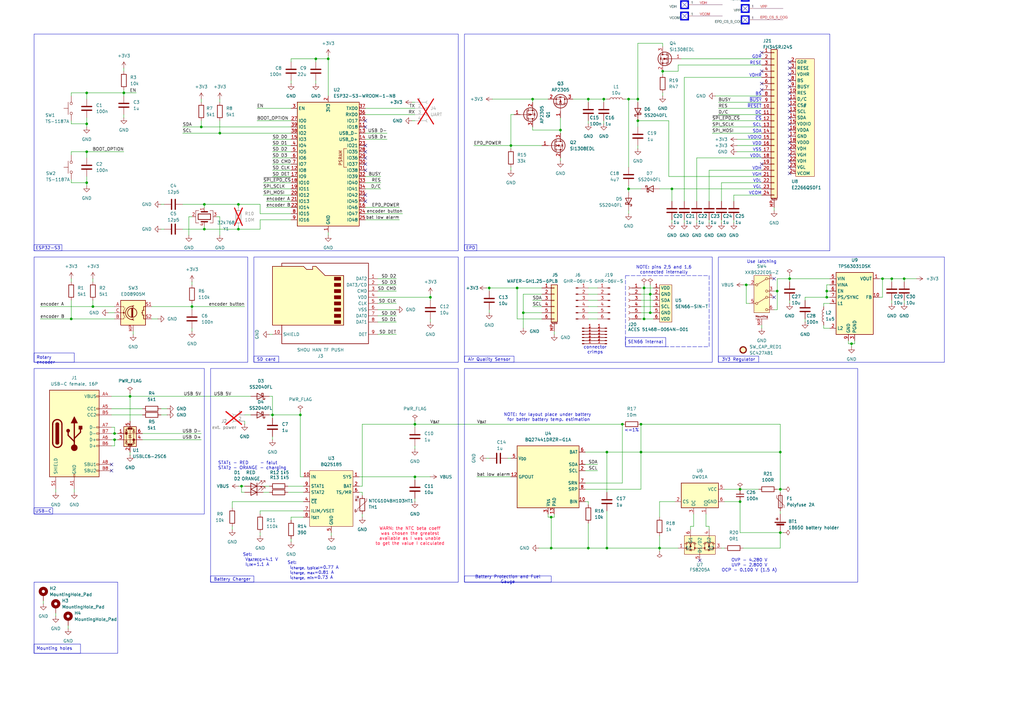
<source format=kicad_sch>
(kicad_sch (version 20250114) (generator "eeschema") (generator_version "9.0")
  (paper "A3")
  (rectangle (start 86.36 151.13) (end 187.96 238.76))
  (rectangle (start 13.97 105.41) (end 101.6 148.59))
  (rectangle (start 13.97 13.97) (end 187.96 102.87))
  (rectangle (start 13.97 238.76) (end 48.26 267.97))
  (rectangle (start 190.5 105.41) (end 292.1 148.59))
  (rectangle (start 13.97 151.13) (end 83.82 210.82))
  (rectangle (start 190.5 13.97) (end 340.36 102.87))
  (rectangle (start 13.97 208.28) (end 21.59 210.82))
  (rectangle (start 256.54 113.03) (end 290.83 142.24) (stroke (width 0) (type dash)))
  (rectangle (start 104.14 105.41) (end 187.96 148.59))
  (rectangle (start 190.5 151.13) (end 351.79 238.76))
  (rectangle (start 294.64 105.41) (end 387.35 148.59))
  (text "USB-C" (at 17.78 209.804 0) (effects (font (size 1.27 1.27))))
  (text "~{RESET}" (at 312.42 44.45 0) (effects (font (size 1.27 1.27)) (justify right bottom)))
  (text "FIXME: check the thermistor" (at 157.226 333.756 0) (effects (font (size 1.27 1.27))))
  (text "VDHR" (at 312.42 31.75 0) (effects (font (size 1.27 1.27)) (justify right bottom)))
  (text "SCL" (at 312.42 52.07 0) (effects (font (size 1.27 1.27)) (justify right bottom)))
  (text "VDL" (at 312.42 74.93 0) (effects (font (size 1.27 1.27)) (justify right bottom)))
  (text "Set:\n V_{BATREG}=4.1 V\n I_{LIM}=1.1 A" (at 99.568 229.616 0) (effects (font (size 1.27 1.27)) (justify left)))
  (text "NOTE: if possible place under battery as it uses integrated NTC for sensing cell temperateure" (at 196.342 399.288 0) (effects (font (size 1.27 1.27))))
  (text "VGH" (at 312.42 72.39 0) (effects (font (size 1.27 1.27)) (justify right bottom)))
  (text "DC" (at 312.42 46.99 0) (effects (font (size 1.27 1.27)) (justify right bottom)))
  (text "VCOM" (at 312.42 80.01 0) (effects (font (size 1.27 1.27)) (justify right bottom)))
  (text "VDDIO" (at 312.42 57.15 0) (effects (font (size 1.27 1.27)) (justify right bottom)))
  (text "RESE" (at 312.42 26.67 0) (effects (font (size 1.27 1.27)) (justify right bottom)))
  (text "~{BUSY}\n" (at 312.42 41.91 0) (effects (font (size 1.27 1.27)) (justify right bottom)))
  (text "Use latching" (at 312.42 107.442 0) (effects (font (size 1.27 1.27))))
  (text "VDH" (at 312.42 69.85 0) (effects (font (size 1.27 1.27)) (justify right bottom)))
  (text "NOTE: pins 2,5 and 1,6\nconnected internally" (at 272.288 110.744 0) (effects (font (size 1.27 1.27))))
  (text "OVP - 4.280 V\nUVP - 2.800 V\nOCP - 0.100 V (1.5 A)" (at 307.34 231.902 0) (effects (font (size 1.27 1.27))))
  (text "~{CS}" (at 312.42 49.53 0) (effects (font (size 1.27 1.27)) (justify right bottom)))
  (text "GDR" (at 312.42 24.13 0) (effects (font (size 1.27 1.27)) (justify right bottom)))
  (text "NOTE: for layout place under battery\n for better battery temp. estimation" (at 224.536 171.196 0) (effects (font (size 1.27 1.27))))
  (text "WARN: the NTC beta coeff\nwas chosen the greatest\navailable as I was unable\nto get the value I calculated" (at 168.148 219.964 0) (effects (font (size 1.27 1.27))))
  (text "connector\ncrimps" (at 244.094 143.51 0) (effects (font (size 1.27 1.27))))
  (text "SDA" (at 312.42 54.61 0) (effects (font (size 1.27 1.27)) (justify right bottom)))
  (text "VGL" (at 312.42 77.47 0) (effects (font (size 1.27 1.27)) (justify right bottom)))
  (text "STAT_{1} - RED     - falut\nSTAT_{2} - ORANGE - charging" (at 89.408 191.008 0) (effects (font (size 1.27 1.27)) (justify left)))
  (text "VDD" (at 312.42 59.69 0) (effects (font (size 1.27 1.27)) (justify right bottom)))
  (text "BS" (at 312.42 39.37 0) (effects (font (size 1.27 1.27)) (justify right bottom)))
  (text "VSS" (at 312.42 62.23 0) (effects (font (size 1.27 1.27)) (justify right bottom)))
  (text "Set:\n I_{charge, typical}=0.77 A\n I_{charge, max}=0.81 A	\n I_{charge, min}=0.73 A" (at 117.856 233.934 0) (effects (font (size 1.27 1.27)) (justify left)))
  (text "VDDL" (at 312.42 64.77 0) (effects (font (size 1.27 1.27)) (justify right bottom)))
  (text "<=1%" (at 259.08 176.53 0) (effects (font (size 1.27 1.27))))
  (text_box "Rotary encoder" (at 13.97 144.78 0) (size 16.51 3.81) (margins 0.9525 0.9525 0.9525 0.9525) (effects (font (size 1.27 1.27)) (justify left top)))
  (text_box "EPD" (at 190.5 100.33 0) (size 5.08 2.54) (margins 0.9525 0.9525 0.9525 0.9525) (effects (font (size 1.27 1.27))))
  (text_box "Battery Protection and Fuel Gauge" (at 190.5 236.22 0) (size 35.56 2.54) (margins 0.9525 0.9525 0.9525 0.9525) (effects (font (size 1.27 1.27))))
  (text_box "ESP32-S3" (at 13.97 100.33 0) (size 11.43 2.54) (margins 0.9525 0.9525 0.9525 0.9525) (effects (font (size 1.27 1.27))))
  (text_box "Mounting holes" (at 13.97 264.16 0) (size 19.05 3.81) (margins 0.9525 0.9525 0.9525 0.9525) (effects (font (size 1.27 1.27)) (justify left top)))
  (text_box "SD card" (at 104.14 146.05 0) (size 10.16 2.54) (margins 0.9525 0.9525 0.9525 0.9525) (effects (font (size 1.27 1.27))))
  (text_box "SEN66 internal" (at 256.54 138.43 0) (size 16.51 3.81) (margins 0.9525 0.9525 0.9525 0.9525) (effects (font (size 1.27 1.27)) (justify left top)))
  (text_box "Air Quality Sensor" (at 190.5 146.05 0) (size 20.32 2.54) (margins 0.9525 0.9525 0.9525 0.9525) (effects (font (size 1.27 1.27))))
  (text_box "3V3 Regulator" (at 294.64 146.05 0) (size 16.51 2.54) (margins 0.9525 0.9525 0.9525 0.9525) (effects (font (size 1.27 1.27))))
  (text_box "Battery Charger" (at 86.36 236.22 0) (size 17.78 2.54) (margins 0.9525 0.9525 0.9525 0.9525) (effects (font (size 1.27 1.27))))
  (junction (at 53.34 162.56))
  (junction (at 50.8 38.1))
  (junction (at 83.82 93.98))
  (junction (at 349.25 140.97))
  (junction (at 266.7 128.27))
  (junction (at 176.53 121.92))
  (junction (at 261.62 40.64))
  (junction (at 323.85 114.3))
  (junction (at 200.66 118.11))
  (junction (at 266.7 120.65))
  (junction (at 123.19 170.18))
  (junction (at 82.55 52.07))
  (junction (at 218.44 40.64))
  (junction (at 111.76 170.18))
  (junction (at 241.3 40.64))
  (junction (at 339.09 119.38))
  (junction (at 226.06 224.79))
  (junction (at 320.04 185.42))
  (junction (at 170.18 173.99))
  (junction (at 248.92 224.79))
  (junction (at 209.55 59.69))
  (junction (at 35.56 74.93))
  (junction (at 35.56 62.23))
  (junction (at 270.51 224.79))
  (junction (at 83.82 83.82))
  (junction (at 262.89 185.42))
  (junction (at 29.21 130.81))
  (junction (at 97.79 83.82))
  (junction (at 129.54 24.13))
  (junction (at 226.06 212.09))
  (junction (at 38.1 125.73))
  (junction (at 257.81 77.47))
  (junction (at 370.84 114.3))
  (junction (at 361.95 114.3))
  (junction (at 247.65 40.64))
  (junction (at 46.99 177.8))
  (junction (at 241.3 224.79))
  (junction (at 229.87 53.34))
  (junction (at 90.17 54.61))
  (junction (at 78.74 125.73))
  (junction (at 212.09 118.11))
  (junction (at 35.56 50.8))
  (junction (at 306.07 116.84))
  (junction (at 99.06 199.39))
  (junction (at 46.99 180.34))
  (junction (at 261.62 49.53))
  (junction (at 318.77 119.38))
  (junction (at 134.62 24.13))
  (junction (at 303.53 200.66))
  (junction (at 303.53 205.74))
  (junction (at 262.89 173.99))
  (junction (at 35.56 38.1))
  (junction (at 97.79 93.98))
  (junction (at 365.76 114.3))
  (junction (at 170.18 195.58))
  (junction (at 275.59 77.47))
  (junction (at 264.16 130.81))
  (junction (at 255.27 173.99))
  (junction (at 339.09 121.92))
  (junction (at 257.81 40.64))
  (junction (at 214.63 128.27))
  (junction (at 264.16 118.11))
  (junction (at 320.04 200.66))
  (junction (at 320.04 218.44))
  (junction (at 271.78 29.21))
  (junction (at 248.92 185.42))
  (no_connect (at 323.85 66.04))
  (no_connect (at 323.85 27.94))
  (no_connect (at 323.85 63.5))
  (no_connect (at 149.86 49.53))
  (no_connect (at 323.85 25.4))
  (no_connect (at 149.86 67.31))
  (no_connect (at 45.72 190.5))
  (no_connect (at 323.85 48.26))
  (no_connect (at 323.85 50.8))
  (no_connect (at 323.85 45.72))
  (no_connect (at 45.72 193.04))
  (no_connect (at 323.85 71.12))
  (no_connect (at 323.85 55.88))
  (no_connect (at 312.42 67.31))
  (no_connect (at 149.86 62.23))
  (no_connect (at 312.42 34.29))
  (no_connect (at 317.5 121.92))
  (no_connect (at 149.86 52.07))
  (no_connect (at 323.85 60.96))
  (no_connect (at 323.85 68.58))
  (no_connect (at 287.02 229.87))
  (no_connect (at 323.85 58.42))
  (no_connect (at 323.85 38.1))
  (no_connect (at 149.86 80.01))
  (no_connect (at 323.85 30.48))
  (no_connect (at 149.86 64.77))
  (no_connect (at 312.42 21.59))
  (no_connect (at 149.86 59.69))
  (no_connect (at 149.86 82.55))
  (no_connect (at 323.85 43.18))
  (no_connect (at 323.85 35.56))
  (no_connect (at 323.85 33.02))
  (no_connect (at 149.86 69.85))
  (no_connect (at 312.42 29.21))
  (no_connect (at 323.85 40.64))
  (no_connect (at 317.5 114.3))
  (no_connect (at 312.42 36.83))
  (no_connect (at 323.85 53.34))
  (wire (pts (xy 45.72 170.18) (xy 58.42 170.18)))
  (wire (pts (xy 339.09 116.84) (xy 339.09 119.38)))
  (wire (pts (xy 119.38 67.31) (xy 111.76 67.31)))
  (wire (pts (xy 135.89 219.71) (xy 135.89 218.44)))
  (wire (pts (xy 248.92 201.93) (xy 248.92 185.42)))
  (wire (pts (xy 339.09 116.84) (xy 340.36 116.84)))
  (wire (pts (xy 218.44 53.34) (xy 218.44 52.07)))
  (wire (pts (xy 107.95 74.93) (xy 119.38 74.93)))
  (wire (pts (xy 303.53 218.44) (xy 303.53 205.74)))
  (wire (pts (xy 53.34 162.56) (xy 53.34 172.72)))
  (wire (pts (xy 154.94 132.08) (xy 162.56 132.08)))
  (wire (pts (xy 29.21 38.1) (xy 35.56 38.1)))
  (wire (pts (xy 134.62 24.13) (xy 134.62 39.37)))
  (wire (pts (xy 106.68 209.55) (xy 124.46 209.55)))
  (wire (pts (xy 218.44 40.64) (xy 224.79 40.64)))
  (wire (pts (xy 270.51 212.09) (xy 270.51 205.74)))
  (wire (pts (xy 340.36 121.92) (xy 339.09 121.92)))
  (wire (pts (xy 323.85 113.03) (xy 323.85 114.3)))
  (wire (pts (xy 90.17 49.53) (xy 90.17 54.61)))
  (wire (pts (xy 38.1 114.3) (xy 38.1 115.57)))
  (wire (pts (xy 271.78 29.21) (xy 271.78 30.48)))
  (wire (pts (xy 241.3 50.8) (xy 241.3 49.53)))
  (wire (pts (xy 264.16 118.11) (xy 264.16 130.81)))
  (wire (pts (xy 27.94 256.54) (xy 27.94 257.81)))
  (wire (pts (xy 110.49 137.16) (xy 111.76 137.16)))
  (wire (pts (xy 107.95 201.93) (xy 110.49 201.93)))
  (wire (pts (xy 170.18 184.15) (xy 170.18 182.88)))
  (wire (pts (xy 323.85 115.57) (xy 323.85 114.3)))
  (wire (pts (xy 226.06 212.09) (xy 227.33 212.09)))
  (wire (pts (xy 349.25 142.24) (xy 349.25 140.97)))
  (wire (pts (xy 46.99 180.34) (xy 48.26 180.34)))
  (wire (pts (xy 170.18 175.26) (xy 170.18 173.99)))
  (wire (pts (xy 119.38 57.15) (xy 111.76 57.15)))
  (wire (pts (xy 292.1 49.53) (xy 312.42 49.53)))
  (wire (pts (xy 111.76 162.56) (xy 111.76 170.18)))
  (wire (pts (xy 110.49 162.56) (xy 111.76 162.56)))
  (wire (pts (xy 46.99 180.34) (xy 45.72 180.34)))
  (wire (pts (xy 209.55 46.99) (xy 210.82 46.99)))
  (wire (pts (xy 261.62 60.96) (xy 261.62 59.69)))
  (wire (pts (xy 78.74 124.46) (xy 78.74 125.73)))
  (wire (pts (xy 240.03 205.74) (xy 241.3 205.74)))
  (wire (pts (xy 320.04 173.99) (xy 320.04 185.42)))
  (wire (pts (xy 294.64 44.45) (xy 312.42 44.45)))
  (wire (pts (xy 156.21 74.93) (xy 149.86 74.93)))
  (wire (pts (xy 209.55 69.85) (xy 209.55 68.58)))
  (wire (pts (xy 284.48 215.9) (xy 284.48 210.82)))
  (wire (pts (xy 119.38 24.13) (xy 129.54 24.13)))
  (wire (pts (xy 266.7 128.27) (xy 262.89 128.27)))
  (wire (pts (xy 199.39 187.96) (xy 200.66 187.96)))
  (wire (pts (xy 270.51 224.79) (xy 278.13 224.79)))
  (wire (pts (xy 256.54 40.64) (xy 257.81 40.64)))
  (wire (pts (xy 320.04 200.66) (xy 320.04 201.93)))
  (wire (pts (xy 266.7 120.65) (xy 262.89 120.65)))
  (wire (pts (xy 248.92 224.79) (xy 270.51 224.79)))
  (wire (pts (xy 149.86 87.63) (xy 165.1 87.63)))
  (wire (pts (xy 245.11 123.19) (xy 241.3 123.19)))
  (wire (pts (xy 105.41 44.45) (xy 119.38 44.45)))
  (wire (pts (xy 300.99 80.01) (xy 300.99 82.55)))
  (wire (pts (xy 257.81 76.2) (xy 257.81 77.47)))
  (wire (pts (xy 95.25 208.28) (xy 95.25 205.74)))
  (wire (pts (xy 46.99 177.8) (xy 48.26 177.8)))
  (wire (pts (xy 264.16 130.81) (xy 262.89 130.81)))
  (wire (pts (xy 303.53 200.66) (xy 311.15 200.66)))
  (wire (pts (xy 241.3 214.63) (xy 241.3 224.79)))
  (wire (pts (xy 234.95 40.64) (xy 241.3 40.64)))
  (wire (pts (xy 245.11 128.27) (xy 241.3 128.27)))
  (wire (pts (xy 29.21 130.81) (xy 29.21 123.19)))
  (wire (pts (xy 267.97 128.27) (xy 266.7 128.27)))
  (wire (pts (xy 176.53 120.65) (xy 176.53 121.92)))
  (wire (pts (xy 227.33 210.82) (xy 227.33 212.09)))
  (wire (pts (xy 289.56 215.9) (xy 290.83 215.9)))
  (wire (pts (xy 46.99 182.88) (xy 46.99 180.34)))
  (wire (pts (xy 285.75 64.77) (xy 312.42 64.77)))
  (wire (pts (xy 214.63 128.27) (xy 222.25 128.27)))
  (wire (pts (xy 266.7 120.65) (xy 266.7 128.27)))
  (wire (pts (xy 257.81 40.64) (xy 257.81 68.58)))
  (wire (pts (xy 55.88 38.1) (xy 50.8 38.1)))
  (wire (pts (xy 294.64 41.91) (xy 312.42 41.91)))
  (wire (pts (xy 337.82 124.46) (xy 337.82 125.73)))
  (wire (pts (xy 109.22 85.09) (xy 119.38 85.09)))
  (wire (pts (xy 339.09 119.38) (xy 340.36 119.38)))
  (wire (pts (xy 134.62 22.86) (xy 134.62 24.13)))
  (wire (pts (xy 267.97 120.65) (xy 266.7 120.65)))
  (wire (pts (xy 290.83 91.44) (xy 290.83 90.17)))
  (wire (pts (xy 147.32 199.39) (xy 148.59 199.39)))
  (wire (pts (xy 124.46 212.09) (xy 119.38 212.09)))
  (wire (pts (xy 50.8 62.23) (xy 35.56 62.23)))
  (wire (pts (xy 248.92 185.42) (xy 262.89 185.42)))
  (wire (pts (xy 154.94 116.84) (xy 162.56 116.84)))
  (wire (pts (xy 201.93 40.64) (xy 218.44 40.64)))
  (wire (pts (xy 46.99 175.26) (xy 45.72 175.26)))
  (wire (pts (xy 255.27 198.12) (xy 255.27 173.99)))
  (wire (pts (xy 262.89 185.42) (xy 320.04 185.42)))
  (wire (pts (xy 29.21 74.93) (xy 35.56 74.93)))
  (wire (pts (xy 16.51 130.81) (xy 29.21 130.81)))
  (wire (pts (xy 83.82 83.82) (xy 97.79 83.82)))
  (wire (pts (xy 45.72 167.64) (xy 58.42 167.64)))
  (wire (pts (xy 176.53 121.92) (xy 176.53 123.19)))
  (wire (pts (xy 74.93 52.07) (xy 82.55 52.07)))
  (wire (pts (xy 339.09 121.92) (xy 339.09 119.38)))
  (wire (pts (xy 278.13 26.67) (xy 278.13 29.21)))
  (wire (pts (xy 262.89 185.42) (xy 262.89 173.99)))
  (wire (pts (xy 340.36 124.46) (xy 337.82 124.46)))
  (wire (pts (xy 361.95 114.3) (xy 360.68 114.3)))
  (wire (pts (xy 74.93 83.82) (xy 83.82 83.82)))
  (wire (pts (xy 318.77 114.3) (xy 323.85 114.3)))
  (wire (pts (xy 78.74 115.57) (xy 78.74 116.84)))
  (wire (pts (xy 35.56 76.2) (xy 35.56 74.93)))
  (wire (pts (xy 292.1 54.61) (xy 312.42 54.61)))
  (wire (pts (xy 119.38 62.23) (xy 111.76 62.23)))
  (wire (pts (xy 295.91 82.55) (xy 295.91 74.93)))
  (wire (pts (xy 285.75 64.77) (xy 285.75 82.55)))
  (wire (pts (xy 247.65 40.64) (xy 248.92 40.64)))
  (wire (pts (xy 110.49 170.18) (xy 111.76 170.18)))
  (wire (pts (xy 45.72 162.56) (xy 53.34 162.56)))
  (wire (pts (xy 147.32 195.58) (xy 170.18 195.58)))
  (wire (pts (xy 199.39 118.11) (xy 200.66 118.11)))
  (wire (pts (xy 82.55 52.07) (xy 119.38 52.07)))
  (wire (pts (xy 154.94 129.54) (xy 162.56 129.54)))
  (wire (pts (xy 247.65 50.8) (xy 247.65 49.53)))
  (wire (pts (xy 208.28 187.96) (xy 209.55 187.96)))
  (wire (pts (xy 156.21 77.47) (xy 149.86 77.47)))
  (wire (pts (xy 83.82 93.98) (xy 74.93 93.98)))
  (wire (pts (xy 240.03 185.42) (xy 248.92 185.42)))
  (wire (pts (xy 294.64 46.99) (xy 312.42 46.99)))
  (wire (pts (xy 347.98 140.97) (xy 347.98 139.7)))
  (wire (pts (xy 283.21 217.17) (xy 283.21 215.9)))
  (wire (pts (xy 261.62 49.53) (xy 261.62 52.07)))
  (wire (pts (xy 245.11 130.81) (xy 241.3 130.81)))
  (wire (pts (xy 241.3 40.64) (xy 247.65 40.64)))
  (wire (pts (xy 274.32 72.39) (xy 312.42 72.39)))
  (wire (pts (xy 229.87 48.26) (xy 229.87 53.34)))
  (wire (pts (xy 22.86 200.66) (xy 22.86 201.93)))
  (wire (pts (xy 170.18 41.91) (xy 168.91 41.91)))
  (wire (pts (xy 229.87 66.04) (xy 229.87 64.77)))
  (wire (pts (xy 29.21 62.23) (xy 29.21 63.5)))
  (wire (pts (xy 88.9 88.9) (xy 90.17 88.9)))
  (wire (pts (xy 214.63 134.62) (xy 214.63 128.27)))
  (wire (pts (xy 280.67 82.55) (xy 280.67 31.75)))
  (wire (pts (xy 46.99 130.81) (xy 29.21 130.81)))
  (wire (pts (xy 274.32 72.39) (xy 274.32 49.53)))
  (wire (pts (xy 119.38 59.69) (xy 111.76 59.69)))
  (wire (pts (xy 123.19 195.58) (xy 124.46 195.58)))
  (wire (pts (xy 375.92 114.3) (xy 370.84 114.3)))
  (wire (pts (xy 297.18 205.74) (xy 303.53 205.74)))
  (wire (pts (xy 154.94 121.92) (xy 176.53 121.92)))
  (wire (pts (xy 78.74 125.73) (xy 100.33 125.73)))
  (wire (pts (xy 97.79 83.82) (xy 106.68 83.82)))
  (wire (pts (xy 240.03 198.12) (xy 255.27 198.12)))
  (wire (pts (xy 340.36 134.62) (xy 337.82 134.62)))
  (wire (pts (xy 149.86 90.17) (xy 163.83 90.17)))
  (wire (pts (xy 129.54 24.13) (xy 129.54 25.4)))
  (wire (pts (xy 111.76 170.18) (xy 123.19 170.18)))
  (wire (pts (xy 245.11 125.73) (xy 241.3 125.73)))
  (wire (pts (xy 66.04 83.82) (xy 67.31 83.82)))
  (wire (pts (xy 365.76 114.3) (xy 361.95 114.3)))
  (wire (pts (xy 349.25 140.97) (xy 350.52 140.97)))
  (wire (pts (xy 154.94 114.3) (xy 162.56 114.3)))
  (wire (pts (xy 106.68 87.63) (xy 106.68 83.82)))
  (wire (pts (xy 241.3 41.91) (xy 241.3 40.64)))
  (wire (pts (xy 257.81 78.74) (xy 257.81 77.47)))
  (wire (pts (xy 38.1 125.73) (xy 38.1 123.19)))
  (wire (pts (xy 302.26 59.69) (xy 312.42 59.69)))
  (wire (pts (xy 297.18 200.66) (xy 303.53 200.66)))
  (wire (pts (xy 302.26 62.23) (xy 312.42 62.23)))
  (wire (pts (xy 218.44 53.34) (xy 229.87 53.34)))
  (wire (pts (xy 200.66 119.38) (xy 200.66 118.11)))
  (wire (pts (xy 95.25 205.74) (xy 124.46 205.74)))
  (wire (pts (xy 35.56 72.39) (xy 35.56 74.93)))
  (wire (pts (xy 29.21 62.23) (xy 35.56 62.23)))
  (wire (pts (xy 209.55 59.69) (xy 209.55 60.96)))
  (wire (pts (xy 267.97 118.11) (xy 264.16 118.11)))
  (wire (pts (xy 119.38 25.4) (xy 119.38 24.13)))
  (wire (pts (xy 370.84 115.57) (xy 370.84 114.3)))
  (wire (pts (xy 224.79 212.09) (xy 226.06 212.09)))
  (wire (pts (xy 97.79 199.39) (xy 99.06 199.39)))
  (wire (pts (xy 349.25 140.97) (xy 347.98 140.97)))
  (wire (pts (xy 300.99 91.44) (xy 300.99 90.17)))
  (wire (pts (xy 318.77 119.38) (xy 318.77 127)))
  (wire (pts (xy 119.38 33.02) (xy 119.38 34.29)))
  (wire (pts (xy 83.82 93.98) (xy 97.79 93.98)))
  (wire (pts (xy 35.56 48.26) (xy 35.56 50.8)))
  (wire (pts (xy 118.11 201.93) (xy 124.46 201.93)))
  (wire (pts (xy 261.62 17.78) (xy 261.62 40.64)))
  (wire (pts (xy 293.37 39.37) (xy 312.42 39.37)))
  (wire (pts (xy 119.38 87.63) (xy 106.68 87.63)))
  (wire (pts (xy 154.94 127) (xy 162.56 127)))
  (wire (pts (xy 271.78 19.05) (xy 271.78 17.78)))
  (wire (pts (xy 62.23 130.81) (xy 64.77 130.81)))
  (wire (pts (xy 119.38 222.25) (xy 119.38 220.98)))
  (wire (pts (xy 74.93 54.61) (xy 90.17 54.61)))
  (wire (pts (xy 229.87 53.34) (xy 229.87 54.61)))
  (wire (pts (xy 365.76 124.46) (xy 365.76 123.19)))
  (wire (pts (xy 218.44 41.91) (xy 218.44 40.64)))
  (wire (pts (xy 274.32 49.53) (xy 261.62 49.53)))
  (wire (pts (xy 53.34 186.69) (xy 53.34 185.42)))
  (wire (pts (xy 106.68 90.17) (xy 106.68 93.98)))
  (wire (pts (xy 290.83 215.9) (xy 290.83 217.17)))
  (wire (pts (xy 168.91 49.53) (xy 170.18 49.53)))
  (wire (pts (xy 95.25 217.17) (xy 95.25 215.9)))
  (wire (pts (xy 148.59 201.93) (xy 147.32 201.93)))
  (wire (pts (xy 109.22 82.55) (xy 119.38 82.55)))
  (wire (pts (xy 156.21 72.39) (xy 149.86 72.39)))
  (wire (pts (xy 222.25 130.81) (xy 212.09 130.81)))
  (wire (pts (xy 16.51 125.73) (xy 38.1 125.73)))
  (wire (pts (xy 267.97 123.19) (xy 262.89 123.19)))
  (wire (pts (xy 119.38 212.09) (xy 119.38 213.36)))
  (wire (pts (xy 214.63 120.65) (xy 214.63 128.27)))
  (wire (pts (xy 90.17 96.52) (xy 90.17 88.9)))
  (wire (pts (xy 320.04 185.42) (xy 320.04 200.66)))
  (wire (pts (xy 176.53 195.58) (xy 170.18 195.58)))
  (wire (pts (xy 218.44 125.73) (xy 222.25 125.73)))
  (wire (pts (xy 194.31 59.69) (xy 209.55 59.69)))
  (wire (pts (xy 222.25 59.69) (xy 209.55 59.69)))
  (wire (pts (xy 68.58 170.18) (xy 66.04 170.18)))
  (wire (pts (xy 227.33 137.16) (xy 227.33 135.89)))
  (wire (pts (xy 226.06 224.79) (xy 241.3 224.79)))
  (wire (pts (xy 154.94 124.46) (xy 162.56 124.46)))
  (wire (pts (xy 275.59 91.44) (xy 275.59 90.17)))
  (wire (pts (xy 149.86 44.45) (xy 170.18 44.45)))
  (wire (pts (xy 148.59 203.2) (xy 148.59 201.93)))
  (wire (pts (xy 158.75 57.15) (xy 149.86 57.15)))
  (wire (pts (xy 35.56 38.1) (xy 35.56 40.64)))
  (wire (pts (xy 200.66 118.11) (xy 212.09 118.11)))
  (wire (pts (xy 58.42 177.8) (xy 82.55 177.8)))
  (wire (pts (xy 118.11 199.39) (xy 124.46 199.39)))
  (wire (pts (xy 275.59 77.47) (xy 275.59 82.55)))
  (wire (pts (xy 209.55 46.99) (xy 209.55 59.69)))
  (wire (pts (xy 240.03 200.66) (xy 262.89 200.66)))
  (wire (pts (xy 100.33 170.18) (xy 102.87 170.18)))
  (wire (pts (xy 297.18 224.79) (xy 295.91 224.79)))
  (wire (pts (xy 360.68 121.92) (xy 361.95 121.92)))
  (wire (pts (xy 123.19 170.18) (xy 123.19 195.58)))
  (wire (pts (xy 46.99 125.73) (xy 38.1 125.73)))
  (wire (pts (xy 58.42 180.34) (xy 82.55 180.34)))
  (wire (pts (xy 148.59 199.39) (xy 148.59 173.99)))
  (wire (pts (xy 119.38 64.77) (xy 111.76 64.77)))
  (wire (pts (xy 289.56 215.9) (xy 289.56 210.82)))
  (wire (pts (xy 300.99 80.01) (xy 312.42 80.01)))
  (wire (pts (xy 267.97 130.81) (xy 264.16 130.81)))
  (wire (pts (xy 295.91 91.44) (xy 295.91 90.17)))
  (wire (pts (xy 257.81 40.64) (xy 261.62 40.64)))
  (wire (pts (xy 218.44 123.19) (xy 222.25 123.19)))
  (wire (pts (xy 45.72 177.8) (xy 46.99 177.8)))
  (wire (pts (xy 148.59 173.99) (xy 170.18 173.99)))
  (wire (pts (xy 83.82 92.71) (xy 83.82 93.98)))
  (wire (pts (xy 285.75 91.44) (xy 285.75 90.17)))
  (wire (pts (xy 111.76 180.34) (xy 111.76 179.07)))
  (wire (pts (xy 370.84 114.3) (xy 365.76 114.3)))
  (wire (pts (xy 240.03 193.04) (xy 245.11 193.04)))
  (wire (pts (xy 158.75 54.61) (xy 149.86 54.61)))
  (wire (pts (xy 78.74 127) (xy 78.74 125.73)))
  (wire (pts (xy 241.3 207.01) (xy 241.3 205.74)))
  (wire (pts (xy 321.31 200.66) (xy 320.04 200.66)))
  (wire (pts (xy 306.07 116.84) (xy 307.34 116.84)))
  (wire (pts (xy 320.04 218.44) (xy 303.53 218.44)))
  (wire (pts (xy 119.38 69.85) (xy 111.76 69.85)))
  (wire (pts (xy 245.11 118.11) (xy 241.3 118.11)))
  (wire (pts (xy 66.04 93.98) (xy 67.31 93.98)))
  (wire (pts (xy 278.13 26.67) (xy 312.42 26.67)))
  (wire (pts (xy 302.26 57.15) (xy 312.42 57.15)))
  (wire (pts (xy 241.3 224.79) (xy 248.92 224.79)))
  (wire (pts (xy 77.47 96.52) (xy 77.47 88.9)))
  (wire (pts (xy 129.54 33.02) (xy 129.54 34.29)))
  (wire (pts (xy 271.78 39.37) (xy 271.78 38.1)))
  (wire (pts (xy 149.86 46.99) (xy 170.18 46.99)))
  (wire (pts (xy 129.54 24.13) (xy 134.62 24.13)))
  (wire (pts (xy 68.58 167.64) (xy 66.04 167.64)))
  (wire (pts (xy 29.21 50.8) (xy 35.56 50.8)))
  (wire (pts (xy 323.85 124.46) (xy 323.85 123.19)))
  (wire (pts (xy 370.84 124.46) (xy 370.84 123.19)))
  (wire (pts (xy 304.8 224.79) (xy 320.04 224.79)))
  (wire (pts (xy 320.04 173.99) (xy 262.89 173.99)))
  (wire (pts (xy 195.58 195.58) (xy 209.55 195.58)))
  (wire (pts (xy 295.91 74.93) (xy 312.42 74.93)))
  (wire (pts (xy 170.18 196.85) (xy 170.18 195.58)))
  (wire (pts (xy 271.78 17.78) (xy 261.62 17.78)))
  (wire (pts (xy 323.85 114.3) (xy 340.36 114.3)))
  (wire (pts (xy 50.8 27.94) (xy 50.8 29.21)))
  (wire (pts (xy 240.03 190.5) (xy 245.11 190.5)))
  (wire (pts (xy 214.63 120.65) (xy 222.25 120.65)))
  (wire (pts (xy 320.04 209.55) (xy 320.04 210.82)))
  (wire (pts (xy 107.95 80.01) (xy 119.38 80.01)))
  (wire (pts (xy 317.5 119.38) (xy 318.77 119.38)))
  (wire (pts (xy 100.33 173.99) (xy 100.33 172.72)))
  (wire (pts (xy 154.94 137.16) (xy 162.56 137.16)))
  (wire (pts (xy 107.95 77.47) (xy 119.38 77.47)))
  (wire (pts (xy 170.18 172.72) (xy 170.18 173.99)))
  (wire (pts (xy 290.83 69.85) (xy 290.83 82.55)))
  (wire (pts (xy 62.23 125.73) (xy 78.74 125.73)))
  (wire (pts (xy 53.34 161.29) (xy 53.34 162.56)))
  (wire (pts (xy 307.34 124.46) (xy 306.07 124.46)))
  (wire (pts (xy 317.5 127) (xy 318.77 127)))
  (wire (pts (xy 224.79 210.82) (xy 224.79 212.09)))
  (wire (pts (xy 100.33 199.39) (xy 99.06 199.39)))
  (wire (pts (xy 257.81 87.63) (xy 257.81 86.36)))
  (wire (pts (xy 100.33 201.93) (xy 99.06 201.93)))
  (wire (pts (xy 29.21 38.1) (xy 29.21 39.37)))
  (wire (pts (xy 29.21 74.93) (xy 29.21 73.66)))
  (wire (pts (xy 170.18 205.74) (xy 170.18 204.47)))
  (wire (pts (xy 279.4 24.13) (xy 312.42 24.13)))
  (wire (pts (xy 99.06 201.93) (xy 99.06 199.39)))
  (wire (pts (xy 280.67 31.75) (xy 312.42 31.75)))
  (wire (pts (xy 365.76 115.57) (xy 365.76 114.3)))
  (wire (pts (xy 320.04 224.79) (xy 320.04 218.44)))
  (wire (pts (xy 267.97 125.73) (xy 262.89 125.73)))
  (wire (pts (xy 97.79 85.09) (xy 97.79 83.82)))
  (wire (pts (xy 123.19 168.91) (xy 123.19 170.18)))
  (wire (pts (xy 50.8 36.83) (xy 50.8 38.1)))
  (wire (pts (xy 170.18 173.99) (xy 255.27 173.99)))
  (wire (pts (xy 90.17 54.61) (xy 119.38 54.61)))
  (wire (pts (xy 46.99 175.26) (xy 46.99 177.8)))
  (wire (pts (xy 78.74 134.62) (xy 78.74 135.89)))
  (wire (pts (xy 22.86 251.46) (xy 22.86 252.73)))
  (wire (pts (xy 149.86 85.09) (xy 163.83 85.09)))
  (wire (pts (xy 292.1 52.07) (xy 312.42 52.07)))
  (wire (pts (xy 82.55 49.53) (xy 82.55 52.07)))
  (wire (pts (xy 257.81 77.47) (xy 262.89 77.47)))
  (wire (pts (xy 262.89 200.66) (xy 262.89 185.42)))
  (wire (pts (xy 290.83 69.85) (xy 312.42 69.85)))
  (wire (pts (xy 270.51 77.47) (xy 275.59 77.47)))
  (wire (pts (xy 283.21 215.9) (xy 284.48 215.9)))
  (wire (pts (xy 154.94 119.38) (xy 162.56 119.38)))
  (wire (pts (xy 176.53 132.08) (xy 176.53 130.81)))
  (wire (pts (xy 248.92 209.55) (xy 248.92 224.79)))
  (wire (pts (xy 330.2 132.08) (xy 330.2 130.81)))
  (wire (pts (xy 330.2 121.92) (xy 330.2 123.19)))
  (wire (pts (xy 134.62 95.25) (xy 134.62 96.52)))
  (wire (pts (xy 77.47 88.9) (xy 78.74 88.9)))
  (wire (pts (xy 270.51 219.71) (xy 270.51 224.79)))
  (wire (pts (xy 35.56 62.23) (xy 35.56 64.77)))
  (wire (pts (xy 306.07 116.84) (xy 306.07 124.46)))
  (wire (pts (xy 35.56 52.07) (xy 35.56 50.8)))
  (wire (pts (xy 111.76 171.45) (xy 111.76 170.18)))
  (wire (pts (xy 50.8 46.99) (xy 50.8 48.26)))
  (wire (pts (xy 119.38 72.39) (xy 111.76 72.39)))
  (wire (pts (xy 200.66 128.27) (xy 200.66 127)))
  (wire (pts (xy 90.17 40.64) (xy 90.17 41.91)))
  (wire (pts (xy 317.5 86.36) (xy 317.5 85.09)))
  (wire (pts (xy 45.72 182.88) (xy 46.99 182.88)))
  (wire (pts (xy 350.52 140.97) (xy 350.52 139.7)))
  (wire (pts (xy 212.09 130.81) (xy 212.09 118.11)))
  (wire (pts (xy 212.09 118.11) (xy 222.25 118.11)))
  (wire (pts (xy 337.82 134.62) (xy 337.82 133.35)))
  (wire (pts (xy 106.68 219.71) (xy 106.68 218.44)))
  (wire (pts (xy 119.38 90.17) (xy 106.68 90.17)))
  (wire (pts (xy 83.82 85.09) (xy 83.82 83.82)))
  (wire (pts (xy 261.62 40.64) (xy 261.62 41.91)))
  (wire (pts (xy 278.13 29.21) (xy 271.78 29.21)))
  (wire (pts (xy 107.95 199.39) (xy 110.49 199.39)))
  (wire (pts (xy 50.8 39.37) (xy 50.8 38.1)))
  (wire (pts (xy 30.48 200.66) (xy 30.48 201.93)))
  (wire (pts (xy 29.21 114.3) (xy 29.21 115.57)))
  (wire (pts (xy 35.56 38.1) (xy 50.8 38.1)))
  (wire (pts (xy 29.21 50.8) (xy 29.21 49.53)))
  (wire (pts (xy 270.51 205.74) (xy 276.86 205.74)))
  (wire (pts (xy 270.51 226.06) (xy 270.51 224.79)))
  (wire (pts (xy 106.68 209.55) (xy 106.68 210.82)))
  (wire (pts (xy 17.78 246.38) (xy 17.78 247.65)))
  (wire (pts (xy 220.98 224.79) (xy 226.06 224.79)))
  (wire (pts (xy 312.42 134.62) (xy 312.42 133.35)))
  (wire (pts (xy 247.65 41.91) (xy 247.65 40.64)))
  (wire (pts (xy 275.59 77.47) (xy 312.42 77.47)))
  (wire (pts (xy 361.95 114.3) (xy 361.95 121.92)))
  (wire (pts (xy 148.59 212.09) (xy 148.59 210.82)))
  (wire (pts (xy 321.31 218.44) (xy 320.04 218.44)))
  (wire (pts (xy 54.61 135.89) (xy 54.61 137.16)))
  (wire (pts (xy 264.16 116.84) (xy 264.16 118.11)))
  (wire (pts (xy 318.77 200.66) (xy 320.04 200.66)))
  (wire (pts (xy 97.79 93.98) (xy 106.68 93.98)))
  (wire (pts (xy 226.06 212.09) (xy 226.06 224.79)))
  (wire (pts (xy 318.77 114.3) (xy 318.77 119.38)))
  (wire (pts (xy 280.67 91.44) (xy 280.67 90.17)))
  (wire (pts (xy 105.41 49.53) (xy 119.38 49.53)))
  (wire (pts (xy 245.11 120.65) (xy 241.3 120.65)))
  (wire (pts (xy 82.55 40.64) (xy 82.55 41.91)))
  (wire (pts (xy 44.45 128.27) (xy 46.99 128.27)))
  (wire (pts (xy 97.79 92.71) (xy 97.79 93.98)))
  (wire (pts (xy 53.34 162.56) (xy 102.87 162.56)))
  (wire (pts (xy 264.16 118.11) (xy 262.89 118.11)))
  (wire (pts (xy 304.8 116.84) (xy 306.07 116.84)))
  (wire (pts (xy 266.7 116.84) (xy 266.7 120.65)))
  (wire (pts (xy 330.2 121.92) (xy 339.09 121.92)))
  (image (at 259.4191 -22.7139) (scale 1.30001))
  (label "SD DET" (at 162.56 137.16 180))
  (label "bat low alarm" (at 195.58 195.58 0))
  (label "USB D-" (at 158.75 54.61 180))
  (label "SD D3" (at 111.76 64.77 0))
  (label "SPI_SCLK" (at 292.1 52.07 0))
  (label "SD D0" (at 162.56 129.54 180))
  (label "~{SPI_EPD_CS}" (at 107.95 74.93 0))
  (label "RES" (at 294.64 44.45 0))
  (label "encoder button" (at 165.1 87.63 180))
  (label "RES" (at 156.21 74.93 180))
  (label "USB 5V" (at 82.55 162.56 180))
  (label "encoder button" (at 100.33 125.73 180))
  (label "USB D-" (at 82.55 177.8 180))
  (label "SD D2" (at 162.56 114.3 180))
  (label "encoder A" (at 16.51 125.73 0))
  (label "EPD_POWER" (at 163.83 85.09 180))
  (label "encoder A" (at 109.22 82.55 0))
  (label "TX" (at 170.18 44.45 180))
  (label "D{slash}C" (at 156.21 77.47 180))
  (label "USB D+" (at 82.55 180.34 180))
  (label "D{slash}C" (at 294.64 46.99 0))
  (label "SD CMD" (at 111.76 67.31 0))
  (label "SD D1" (at 111.76 59.69 0))
  (label "SD D0" (at 111.76 57.15 0))
  (label "RX" (at 170.18 46.99 180))
  (label "BOOT_OPTION" (at 105.41 49.53 0))
  (label "EN" (at 55.88 38.1 180))
  (label "SD D3" (at 162.56 116.84 180))
  (label "SDA" (at 218.44 123.19 0))
  (label "encoder B" (at 16.51 130.81 0))
  (label "SCL" (at 218.44 125.73 0))
  (label "SPI_SCLK" (at 107.95 77.47 0))
  (label "USB D+" (at 158.75 57.15 180))
  (label "USB 5V" (at 87.63 162.56 0))
  (label "SD DET" (at 111.76 72.39 0))
  (label "SDA" (at 245.11 190.5 180))
  (label "SDA" (at 74.93 52.07 0))
  (label "EN" (at 105.41 44.45 0))
  (label "bat low alarm" (at 163.83 90.17 180))
  (label "SD CLK" (at 111.76 69.85 0))
  (label "SD CLK" (at 162.56 124.46 180))
  (label "SPI_MOSI" (at 107.95 80.01 0))
  (label "SD D1" (at 162.56 132.08 180))
  (label "SCL" (at 74.93 54.61 0))
  (label "~{SPI_EPD_CS}" (at 292.1 49.53 0))
  (label "SCL" (at 245.11 193.04 180))
  (label "EPD_POWER" (at 194.31 59.69 0))
  (label "BOOT_OPTION" (at 50.8 62.23 180))
  (label "V_{BAT}" (at 195.58 173.99 0))
  (label "SD CMD" (at 162.56 119.38 180))
  (label "BUSY" (at 156.21 72.39 180))
  (label "encoder B" (at 109.22 85.09 0))
  (label "V_{BAT}" (at 180.34 173.99 180))
  (label "BUSY" (at 294.64 41.91 0))
  (label "SD D2" (at 111.76 62.23 0))
  (label "SPI_MOSI" (at 292.1 54.61 0))
  (symbol (lib_id "power:GND") (at 77.47 96.52 0) (unit 1)
    (property "Reference" "#PWR017" (effects (hide yes)))
    (property "Value" "GND" (at 77.47 101.6 0))
    (property "Description" "Power symbol creates a global label with name \"GND\" , ground" (effects (hide yes)))
  )
  (symbol (lib_id "Device:R") (at 270.51 215.9 0) (unit 1)
    (property "Reference" "R18" (at 273.05 214.6299 0) (effects (justify left)))
    (property "Value" "1k" (at 273.05 217.1699 0) (effects (justify left)))
    (property "Footprint" "Resistor_SMD:R_0603_1608Metric_Pad0.98x0.95mm_HandSolder" (effects (hide yes)))
    (property "Description" "Resistor" (effects (hide yes)))
    (property "LCSC" "C21190" (effects (hide yes)))
  )
  (symbol (lib_id "Connector:Conn_01x02_Socket") (at 95.25 170.18 0) (mirror y) (unit 1) (in_bom no) (dnp yes)
    (property "Reference" "J2" (at 91.948 172.72 0))
    (property "Value" "ext. power" (at 91.948 175.26 0))
    (property "Footprint" "Connector_PinHeader_2.54mm:PinHeader_1x02_P2.54mm_Vertical" (effects (hide yes)))
    (property "Description" "Generic connector, single row, 01x02, script generated" (effects (hide yes)))
    (property "LCSC" "N/A" (effects (hide yes)))
  )
  (symbol (lib_id "power:GND") (at 68.58 170.18 90) (unit 1)
    (property "Reference" "#PWR016" (effects (hide yes)))
    (property "Value" "GND" (at 72.39 170.1799 90) (effects (justify right)))
    (property "Description" "Power symbol creates a global label with name \"GND\" , ground" (effects (hide yes)))
  )
  (symbol (lib_id "Device:C") (at 78.74 130.81 180) (unit 1)
    (property "Reference" "C6" (at 82.55 129.54 0) (effects (justify right)))
    (property "Value" "100n" (at 82.55 132.08 0) (effects (justify right)))
    (property "Footprint" "Capacitor_SMD:C_0603_1608Metric_Pad1.08x0.95mm_HandSolder" (effects (hide yes)))
    (property "Description" "Unpolarized capacitor" (effects (hide yes)))
    (property "Unit price" "US$0.0019 " (effects (hide yes)))
    (property "LCSC" "C6119867" (effects (hide yes)))
  )
  (symbol (lib_id "Device:D_Schottky") (at 106.68 170.18 180) (unit 1)
    (property "Reference" "D4" (at 106.934 164.846 0))
    (property "Value" "SS2040FL" (at 106.934 167.386 0))
    (property "Footprint" "Diode_SMD:D_SOD-123F" (effects (hide yes)))
    (property "Description" "Schottky diode" (effects (hide yes)))
    (property "DigiKey" "3757-SS2040FL_R1_00001CT-ND" (effects (hide yes)))
    (property "LCSC" "C268712" (effects (hide yes)))
  )
  (symbol (lib_id "power:PWR_FLAG") (at 321.31 200.66 270) (mirror x) (unit 1)
    (property "Reference" "#FLG08" (effects (hide yes)))
    (property "Value" "PWR_FLAG" (effects (hide yes)))
    (property "Description" "Special symbol for telling ERC where power comes from" (effects (hide yes)))
  )
  (symbol (lib_id "Connector:Conn_01x01_Pin") (at 238.76 139.7 0) (unit 1) (on_board no)
    (property "Reference" "J11" (effects (hide yes)))
    (property "Value" "SSHL-002T-P0.2" (effects (hide yes)))
    (property "Description" "Generic connector, single row, 01x01, script generated" (effects (hide yes)))
    (property "DigiKey" "455-1606-1-ND" (effects (hide yes)))
    (property "LCSC" "C189897" (effects (hide yes)))
  )
  (symbol (lib_id "Device:R") (at 119.38 217.17 0) (unit 1)
    (property "Reference" "R14" (at 121.92 215.8999 0) (effects (justify left)))
    (property "Value" "390" (at 121.92 218.4399 0) (effects (justify left)))
    (property "Footprint" "Resistor_SMD:R_0603_1608Metric_Pad0.98x0.95mm_HandSolder" (effects (hide yes)))
    (property "Description" "Resistor" (effects (hide yes)))
    (property "LCSC" "C2907031" (effects (hide yes)))
  )
  (symbol (lib_id "Device:C") (at 50.8 43.18 180) (unit 1)
    (property "Reference" "C3" (at 54.61 41.9099 0) (effects (justify right)))
    (property "Value" "1u" (at 54.61 44.4499 0) (effects (justify right)))
    (property "Footprint" "Capacitor_SMD:C_0603_1608Metric_Pad1.08x0.95mm_HandSolder" (effects (hide yes)))
    (property "Description" "Unpolarized capacitor" (effects (hide yes)))
    (property "LCSC" "C6119818" (effects (hide yes)))
  )
  (symbol (lib_id "power:GND") (at 44.45 128.27 270) (unit 1)
    (property "Reference" "#PWR07" (effects (hide yes)))
    (property "Value" "GND" (at 40.64 128.27 90) (effects (justify right)))
    (property "Description" "Power symbol creates a global label with name \"GND\" , ground" (effects (hide yes)))
  )
  (symbol (lib_id "Device:R") (at 78.74 120.65 0) (mirror y) (unit 1)
    (property "Reference" "R6" (at 81.28 119.38 0) (effects (justify right)))
    (property "Value" "110k" (at 81.28 121.92 0) (effects (justify right)))
    (property "Footprint" "Resistor_SMD:R_0603_1608Metric_Pad0.98x0.95mm_HandSolder" (effects (hide yes)))
    (property "Description" "Resistor" (effects (hide yes)))
    (property "Unit price" "US$0.0009 " (effects (hide yes)))
    (property "LCSC" "C2906984" (effects (hide yes)))
  )
  (symbol (lib_id "Connector:Micro_SD_Card_Det1") (at 132.08 124.46 0) (mirror y) (unit 1)
    (property "Reference" "J3" (at 131.445 146.05 0))
    (property "Value" "SHOU HAN TF PUSH" (at 131.445 143.51 0))
    (property "Footprint" "proj:SHOU HAN TF PUSH" (effects (hide yes)))
    (property "Datasheet" "https://datasheet.lcsc.com/lcsc/2110151630_XKB-Connectivity-XKTF-015-N_C381082.pdf" (effects (hide yes)))
    (property "Description" "Micro SD Card Socket with one card detection pin" (effects (hide yes)))
    (property "LCSC" "C393941" (effects (hide yes)))
  )
  (symbol (lib_id "Device:LED") (at 104.14 199.39 180) (unit 1)
    (property "Reference" "D1" (at 97.282 193.802 0))
    (property "Value" "RED" (at 102.87 193.802 0))
    (property "Footprint" "Connector_PinHeader_2.54mm:PinHeader_1x02_P2.54mm_Vertical" (effects (hide yes)))
    (property "Description" "Light emitting diode" (effects (hide yes)))
    (property "Sim.Pins" "1=K 2=A" (effects (hide yes)))
    (property "LCSC" "C20618148" (effects (hide yes)))
  )
  (symbol (lib_id "Device:C") (at 261.62 55.88 0) (unit 1)
    (property "Reference" "C19" (at 265.43 54.6099 0) (effects (justify left)))
    (property "Value" "1u" (at 265.43 57.1499 0) (effects (justify left)))
    (property "Footprint" "Capacitor_SMD:C_0603_1608Metric_Pad1.08x0.95mm_HandSolder" (effects (hide yes)))
    (property "Description" "Unpolarized capacitor" (effects (hide yes)))
    (property "LCSC" "C6119818" (effects (hide yes)))
  )
  (symbol (lib_id "power:+3V3") (at 90.17 40.64 0) (unit 1)
    (property "Reference" "#PWR021" (effects (hide yes)))
    (property "Value" "+3V3" (at 90.17 35.56 0))
    (property "Description" "Power symbol creates a global label with name \"+3V3\"" (effects (hide yes)))
  )
  (symbol (lib_id "Switch:SW_Push") (at 29.21 68.58 90) (mirror x) (unit 1)
    (property "Reference" "SW2" (at 18.796 71.12 90) (effects (justify right)))
    (property "Value" "TS-1187A" (at 18.796 73.66 90) (effects (justify right)))
    (property "Footprint" "Button_Switch_SMD:SW_Push_1P1T_XKB_TS-1187A" (effects (hide yes)))
    (property "Description" "Push button switch, generic, two pins" (effects (hide yes)))
    (property "LCSC" "C318884" (effects (hide yes)))
  )
  (symbol (lib_id "power:GND") (at 170.18 184.15 0) (unit 1)
    (property "Reference" "#PWR039" (effects (hide yes)))
    (property "Value" "GND" (at 170.18 189.23 0))
    (property "Description" "Power symbol creates a global label with name \"GND\" , ground" (effects (hide yes)))
  )
  (symbol (lib_id "Device:C") (at 285.75 86.36 0) (unit 1)
    (property "Reference" "C22" (at 286.258 88.646 0) (effects (justify left)))
    (property "Value" "1u" (at 286.258 91.186 0) (effects (justify left)))
    (property "Footprint" "Capacitor_SMD:C_0603_1608Metric_Pad1.08x0.95mm_HandSolder" (effects (hide yes)))
    (property "Description" "Unpolarized capacitor" (effects (hide yes)))
    (property "LCSC" "C6119818" (effects (hide yes)))
  )
  (symbol (lib_id "power:+3V3") (at 168.91 41.91 90) (mirror x) (unit 1)
    (property "Reference" "#PWR037" (effects (hide yes)))
    (property "Value" "+3V3" (at 165.1 41.9099 90) (effects (justify left)))
    (property "Description" "Power symbol creates a global label with name \"+3V3\"" (effects (hide yes)))
  )
  (symbol (lib_id "proj:SW_DPDT_MP") (at 312.42 120.65 0) (unit 1)
    (property "Reference" "SW4" (at 312.42 109.22 0))
    (property "Value" "XKBS22E05-Z" (at 312.42 111.76 0))
    (property "Footprint" "proj:XKBS22E05-Z" (effects (hide yes)))
    (property "Datasheet" "https://www.lcsc.com/datasheet/lcsc_datasheet_2110111130_XKB-Connection-XKBS22E05-Z_C692489.pdf" (effects (hide yes)))
    (property "LCSC" "C692489" (effects (hide yes)))
  )
  (symbol (lib_id "power:GND") (at 135.89 219.71 0) (unit 1)
    (property "Reference" "#PWR034" (effects (hide yes)))
    (property "Value" "GND" (at 135.89 224.79 0))
    (property "Description" "Power symbol creates a global label with name \"GND\" , ground" (effects (hide yes)))
  )
  (symbol (lib_id "Device:Polyfuse") (at 320.04 205.74 0) (unit 1)
    (property "Reference" "F1" (at 322.58 204.4699 0) (effects (justify left)))
    (property "Value" "Polyfuse 2A" (at 322.58 207.0099 0) (effects (justify left)))
    (property "Footprint" "Fuse:Fuse_1206_3216Metric_Pad1.42x1.75mm_HandSolder" (effects (hide yes)))
    (property "Description" "Resettable fuse, polymeric positive temperature coefficient" (effects (hide yes)))
    (property "LCSC" "C6165191" (effects (hide yes)))
  )
  (symbol (lib_id "power:+3V3") (at 82.55 40.64 0) (unit 1)
    (property "Reference" "#PWR020" (effects (hide yes)))
    (property "Value" "+3V3" (at 82.55 35.56 0))
    (property "Description" "Power symbol creates a global label with name \"+3V3\"" (effects (hide yes)))
  )
  (symbol (lib_id "Transistor_FET:Q_PMOS_GSD") (at 229.87 43.18 270) (mirror x) (unit 1)
    (property "Reference" "Q3" (at 229.87 34.29 90))
    (property "Value" "AP2305" (at 229.87 36.83 90))
    (property "Footprint" "Package_TO_SOT_SMD:SOT-23_Handsoldering" (effects (hide yes)))
    (property "Description" "P-MOSFET transistor, gate/source/drain" (effects (hide yes)))
    (property "LCSC" "C41407554" (effects (hide yes)))
  )
  (symbol (lib_id "power:GND") (at 293.37 39.37 270) (unit 1)
    (property "Reference" "#PWR066" (effects (hide yes)))
    (property "Value" "GND" (at 289.56 39.3699 90) (effects (justify right)))
    (property "Description" "Power symbol creates a global label with name \"GND\" , ground" (effects (hide yes)))
  )
  (symbol (lib_id "proj:BQ25185") (at 135.89 204.47 0) (unit 1)
    (property "Reference" "U3" (at 135.89 187.96 0))
    (property "Value" "BQ25185" (at 135.89 190.5 0))
    (property "Footprint" "Package_DFN_QFN:Texas_DLH0010A_WSON-10-1EP_2.2x2mm_P0.4mm_EP0.9x1.5mm_ThermalVias" (effects (hide yes)))
    (property "Datasheet" "https://www.ti.com/lit/ds/symlink/bq25185.pdf" (effects (hide yes)))
    (property "LCSC" "C19725033" (effects (hide yes)))
  )
  (symbol (lib_id "Device:C") (at 204.47 187.96 270) (unit 1)
    (property "Reference" "C14" (at 203.708 181.356 90) (effects (justify left)))
    (property "Value" "1u" (at 203.708 183.896 90) (effects (justify left)))
    (property "Footprint" "Capacitor_SMD:C_0603_1608Metric_Pad1.08x0.95mm_HandSolder" (effects (hide yes)))
    (property "Description" "Unpolarized capacitor" (effects (hide yes)))
    (property "LCSC" "C6119818" (effects (hide yes)))
  )
  (symbol (lib_id "Device:L") (at 337.82 129.54 180) (unit 1)
    (property "Reference" "L2" (at 338.582 128.27 0) (effects (justify right)))
    (property "Value" "1u5" (at 338.582 130.81 0) (effects (justify right)))
    (property "Footprint" "Inductor_SMD:L_1008_2520Metric_Pad1.43x2.20mm_HandSolder" (effects (hide yes)))
    (property "Description" "Inductor" (effects (hide yes)))
    (property "LCSC" "C2761859" (effects (hide yes)))
  )
  (symbol (lib_id "proj:SEN6x") (at 273.05 124.46 0) (unit 1) (on_board no)
    (property "Reference" "U5" (at 276.86 123.1899 0) (effects (justify left)))
    (property "Value" "SEN66-SIN-T" (at 276.86 125.7299 0) (effects (justify left)))
    (property "Datasheet" "https://sensirion.com/media/documents/FAFC548D/6731FFFA/Sensirion_Datasheet_SEN6x.pdf" (effects (hide yes)))
    (property "DigiKey" "1649-SEN66-SIN-T-ND" (effects (hide yes)))
    (property "Mouser" " 403-SEN66-SIN-T-ES" (effects (hide yes)))
    (property "LCSC" "DigiKeyOnly" (effects (hide yes)))
  )
  (symbol (lib_id "Device:R") (at 114.3 199.39 90) (unit 1)
    (property "Reference" "R12" (at 114.554 193.802 90) (effects (justify left)))
    (property "Value" "1k5" (at 118.618 193.802 90) (effects (justify left)))
    (property "Footprint" "Resistor_SMD:R_0603_1608Metric_Pad0.98x0.95mm_HandSolder" (effects (hide yes)))
    (property "Description" "Resistor" (effects (hide yes)))
    (property "LCSC" "C3016293" (effects (hide yes)))
  )
  (symbol (lib_id "power:GND") (at 119.38 34.29 0) (mirror y) (unit 1)
    (property "Reference" "#PWR029" (effects (hide yes)))
    (property "Value" "GND" (at 119.38 39.37 0))
    (property "Description" "Power symbol creates a global label with name \"GND\" , ground" (effects (hide yes)))
  )
  (symbol (lib_id "power:GND") (at 170.18 205.74 0) (unit 1)
    (property "Reference" "#PWR040" (effects (hide yes)))
    (property "Value" "GND" (at 170.18 210.82 0))
    (property "Description" "Power symbol creates a global label with name \"GND\" , ground" (effects (hide yes)))
  )
  (symbol (lib_id "power:GND") (at 209.55 69.85 0) (unit 1)
    (property "Reference" "#PWR048" (effects (hide yes)))
    (property "Value" "GND" (at 209.55 74.93 0))
    (property "Description" "Power symbol creates a global label with name \"GND\" , ground" (effects (hide yes)))
  )
  (symbol (lib_id "power:GND") (at 35.56 52.07 0) (mirror y) (unit 1)
    (property "Reference" "#PWR04" (effects (hide yes)))
    (property "Value" "GND" (at 35.56 57.15 0))
    (property "Description" "Power symbol creates a global label with name \"GND\" , ground" (effects (hide yes)))
  )
  (symbol (lib_id "power:GND") (at 162.56 127 90) (unit 1)
    (property "Reference" "#PWR036" (effects (hide yes)))
    (property "Value" "GND" (at 166.37 126.9999 90) (effects (justify right)))
    (property "Description" "Power symbol creates a global label with name \"GND\" , ground" (effects (hide yes)))
  )
  (symbol (lib_id "Device:C") (at 300.99 86.36 0) (unit 1)
    (property "Reference" "C25" (at 301.498 88.646 0) (effects (justify left)))
    (property "Value" "1u" (at 301.498 91.186 0) (effects (justify left)))
    (property "Footprint" "Capacitor_SMD:C_0603_1608Metric_Pad1.08x0.95mm_HandSolder" (effects (hide yes)))
    (property "Description" "Unpolarized capacitor" (effects (hide yes)))
    (property "LCSC" "C6119818" (effects (hide yes)))
  )
  (symbol (lib_id "power:GND") (at 227.33 137.16 0) (unit 1)
    (property "Reference" "#PWR052" (effects (hide yes)))
    (property "Value" "GND" (at 229.87 138.4299 0) (effects (justify left)))
    (property "Description" "Power symbol creates a global label with name \"GND\" , ground" (effects (hide yes)))
  )
  (symbol (lib_id "power:GND") (at 30.48 201.93 0) (unit 1)
    (property "Reference" "#PWR03" (effects (hide yes)))
    (property "Value" "GND" (at 30.48 207.01 0))
    (property "Description" "Power symbol creates a global label with name \"GND\" , ground" (effects (hide yes)))
  )
  (symbol (lib_id "power:GND") (at 64.77 130.81 90) (unit 1)
    (property "Reference" "#PWR012" (effects (hide yes)))
    (property "Value" "GND" (at 68.58 130.81 90) (effects (justify right)))
    (property "Description" "Power symbol creates a global label with name \"GND\" , ground" (effects (hide yes)))
  )
  (symbol (lib_id "Device:C") (at 71.12 93.98 270) (unit 1)
    (property "Reference" "C5" (at 71.12 87.63 90))
    (property "Value" "12p5" (at 71.12 90.17 90))
    (property "Footprint" "Capacitor_SMD:C_0603_1608Metric_Pad1.08x0.95mm_HandSolder" (effects (hide yes)))
    (property "Description" "Unpolarized capacitor" (effects (hide yes)))
    (property "LCSC" "C363546" (effects (hide yes)))
  )
  (symbol (lib_id "Device:C") (at 241.3 45.72 0) (unit 1)
    (property "Reference" "C15" (at 241.808 48.26 0) (effects (justify left)))
    (property "Value" "100n" (at 241.808 50.8 0) (effects (justify left)))
    (property "Footprint" "Capacitor_SMD:C_0603_1608Metric_Pad1.08x0.95mm_HandSolder" (effects (hide yes)))
    (property "Description" "Unpolarized capacitor" (effects (hide yes)))
    (property "LCSC" "C6119867" (effects (hide yes)))
  )
  (symbol (lib_id "Device:R") (at 259.08 173.99 270) (mirror x) (unit 1)
    (property "Reference" "R17" (at 259.08 167.64 90))
    (property "Value" "10m" (at 259.08 170.18 90))
    (property "Footprint" "Resistor_SMD:R_0603_1608Metric_Pad0.98x0.95mm_HandSolder" (effects (hide yes)))
    (property "Description" "Resistor" (effects (hide yes)))
    (property "LCSC" "C158899" (effects (hide yes)))
  )
  (symbol (lib_id "power:GND") (at 176.53 132.08 0) (unit 1)
    (property "Reference" "#PWR042" (effects (hide yes)))
    (property "Value" "GND" (at 176.53 137.16 0))
    (property "Description" "Power symbol creates a global label with name \"GND\" , ground" (effects (hide yes)))
  )
  (symbol (lib_id "power:GND") (at 275.59 91.44 0) (unit 1)
    (property "Reference" "#PWR060" (effects (hide yes)))
    (property "Value" "GND" (at 275.59 96.52 0))
    (property "Description" "Power symbol creates a global label with name \"GND\" , ground" (effects (hide yes)))
  )
  (symbol (lib_id "power:PWR_FLAG") (at 170.18 172.72 0) (unit 1)
    (property "Reference" "#FLG03" (effects (hide yes)))
    (property "Value" "PWR_FLAG" (at 170.18 167.64 0))
    (property "Description" "Special symbol for telling ERC where power comes from" (effects (hide yes)))
  )
  (symbol (lib_id "power:GND") (at 90.17 96.52 0) (unit 1)
    (property "Reference" "#PWR022" (effects (hide yes)))
    (property "Value" "GND" (at 90.17 101.6 0))
    (property "Description" "Power symbol creates a global label with name \"GND\" , ground" (effects (hide yes)))
  )
  (symbol (lib_id "power:GND") (at 22.86 201.93 0) (unit 1)
    (property "Reference" "#PWR01" (effects (hide yes)))
    (property "Value" "GND" (at 22.86 207.01 0))
    (property "Description" "Power symbol creates a global label with name \"GND\" , ground" (effects (hide yes)))
  )
  (symbol (lib_id "power:GND") (at 300.99 91.44 0) (unit 1)
    (property "Reference" "#PWR068" (effects (hide yes)))
    (property "Value" "GND" (at 300.99 96.52 0))
    (property "Description" "Power symbol creates a global label with name \"GND\" , ground" (effects (hide yes)))
  )
  (symbol (lib_id "Connector:Conn_01x01_Pin") (at 238.76 134.62 0) (unit 1) (on_board no)
    (property "Reference" "J7" (effects (hide yes)))
    (property "Value" "SSHL-002T-P0.2" (effects (hide yes)))
    (property "Description" "Generic connector, single row, 01x01, script generated" (effects (hide yes)))
    (property "DigiKey" "455-1606-1-ND" (effects (hide yes)))
    (property "LCSC" "C189897" (effects (hide yes)))
  )
  (symbol (lib_id "power:GND") (at 317.5 86.36 0) (unit 1)
    (property "Reference" "#PWR074" (effects (hide yes)))
    (property "Value" "GND" (at 317.5 91.44 0))
    (property "Description" "Power symbol creates a global label with name \"GND\" , ground" (effects (hide yes)))
  )
  (symbol (lib_id "Connector:USB_C_Receptacle_USB2.0_16P") (at 30.48 177.8 0) (unit 1)
    (property "Reference" "J1" (at 30.48 154.94 0))
    (property "Value" "USB-C female, 16P" (at 30.48 157.48 0))
    (property "Footprint" "Connector_USB:USB_C_Receptacle_G-Switch_GT-USB-7010ASV" (effects (hide yes)))
    (property "Datasheet" "https://lcsc.com/datasheet/lcsc_datasheet_2507021418_SHOU-HAN-TYPE-C16PIN_C393939.pdf" (effects (hide yes)))
    (property "Description" "USB 2.0-only 16P Type-C Receptacle connector" (effects (hide yes)))
    (property "LCSC" "C393939" (effects (hide yes)))
  )
  (symbol (lib_id "power:GND") (at 54.61 137.16 0) (unit 1)
    (property "Reference" "#PWR011" (effects (hide yes)))
    (property "Value" "GND" (at 54.61 142.24 0))
    (property "Description" "Power symbol creates a global label with name \"GND\" , ground" (effects (hide yes)))
  )
  (symbol (lib_id "Device:R") (at 271.78 34.29 0) (unit 1)
    (property "Reference" "R19" (at 274.32 33.0199 0) (effects (justify left)))
    (property "Value" "R47" (at 274.32 35.5599 0) (effects (justify left)))
    (property "Footprint" "Resistor_SMD:R_0603_1608Metric_Pad0.98x0.95mm_HandSolder" (effects (hide yes)))
    (property "Description" "Resistor" (effects (hide yes)))
    (property "LCSC" "C3013349" (effects (hide yes)))
  )
  (symbol (lib_id "Device:R") (at 114.3 201.93 90) (unit 1)
    (property "Reference" "R13" (at 114.554 195.834 90) (effects (justify left)))
    (property "Value" "1k5" (at 118.618 195.834 90) (effects (justify left)))
    (property "Footprint" "Resistor_SMD:R_0603_1608Metric_Pad0.98x0.95mm_HandSolder" (effects (hide yes)))
    (property "Description" "Resistor" (effects (hide yes)))
    (property "LCSC" "C3016293" (effects (hide yes)))
  )
  (symbol (lib_id "power:GND") (at 241.3 50.8 0) (unit 1)
    (property "Reference" "#PWR053" (effects (hide yes)))
    (property "Value" "GND" (at 241.3 55.88 0))
    (property "Description" "Power symbol creates a global label with name \"GND\" , ground" (effects (hide yes)))
  )
  (symbol (lib_id "Connector:Conn_01x06_Pin") (at 236.22 123.19 0) (unit 1) (on_board no)
    (property "Reference" "J6" (at 236.982 112.776 0))
    (property "Value" "GHR-06V-S" (at 236.982 115.316 0))
    (property "Description" "Generic connector, single row, 01x06, script generated" (effects (hide yes)))
    (property "DigiKey" "455-1596-ND" (effects (hide yes)))
    (property "Mouser" " 306-GHR-06V-S " (effects (hide yes)))
    (property "LCSC" "C22465348" (effects (hide yes)))
  )
  (symbol (lib_id "power:GND") (at 290.83 91.44 0) (unit 1)
    (property "Reference" "#PWR065" (effects (hide yes)))
    (property "Value" "GND" (at 290.83 96.52 0))
    (property "Description" "Power symbol creates a global label with name \"GND\" , ground" (effects (hide yes)))
  )
  (symbol (lib_id "power:GND") (at 214.63 134.62 0) (unit 1)
    (property "Reference" "#PWR049" (effects (hide yes)))
    (property "Value" "GND" (at 217.17 135.8899 0) (effects (justify left)))
    (property "Description" "Power symbol creates a global label with name \"GND\" , ground" (effects (hide yes)))
  )
  (symbol (lib_id "Connector:Conn_01x04_Socket") (at 175.26 44.45 0) (unit 1) (in_bom no) (dnp yes)
    (property "Reference" "J4" (at 176.53 44.4499 0) (effects (justify left)))
    (property "Value" "UART" (at 176.53 46.9899 0) (effects (justify left)))
    (property "Footprint" "Connector_PinHeader_2.54mm:PinHeader_1x04_P2.54mm_Vertical" (effects (hide yes)))
    (property "Description" "Generic connector, single row, 01x04, script generated" (effects (hide yes)))
    (property "LCSC" "N/A" (effects (hide yes)))
  )
  (symbol (lib_id "Transistor_FET:Q_NMOS_GSD") (at 274.32 24.13 0) (mirror y) (unit 1)
    (property "Reference" "Q4" (at 274.574 17.78 0) (effects (justify right)))
    (property "Value" "SI1308EDL" (at 274.574 20.32 0) (effects (justify right)))
    (property "Footprint" "Package_TO_SOT_SMD:SOT-323_SC-70_Handsoldering" (effects (hide yes)))
    (property "Description" "N-MOSFET transistor, gate/source/drain" (effects (hide yes)))
    (property "LCSC" "C7603347" (effects (hide yes)))
  )
  (symbol (lib_id "power:GND") (at 168.91 49.53 270) (mirror x) (unit 1)
    (property "Reference" "#PWR038" (effects (hide yes)))
    (property "Value" "GND" (at 165.1 49.5299 90) (effects (justify right)))
    (property "Description" "Power symbol creates a global label with name \"GND\" , ground" (effects (hide yes)))
  )
  (symbol (lib_id "power:+3V3") (at 38.1 114.3 0) (unit 1)
    (property "Reference" "#PWR06" (effects (hide yes)))
    (property "Value" "+3V3" (at 38.1 109.22 0))
    (property "Description" "Power symbol creates a global label with name \"+3V3\"" (effects (hide yes)))
  )
  (symbol (lib_id "power:GND") (at 261.62 60.96 0) (unit 1)
    (property "Reference" "#PWR058" (effects (hide yes)))
    (property "Value" "GND" (at 261.62 66.04 0))
    (property "Description" "Power symbol creates a global label with name \"GND\" , ground" (effects (hide yes)))
  )
  (symbol (lib_id "power:GND") (at 27.94 257.81 0) (unit 1)
    (property "Reference" "#PWR061" (effects (hide yes)))
    (property "Value" "GND" (at 27.94 262.89 0))
    (property "Description" "Power symbol creates a global label with name \"GND\" , ground" (effects (hide yes)))
  )
  (symbol (lib_id "Device:R") (at 106.68 214.63 0) (unit 1)
    (property "Reference" "R11" (at 109.22 213.3599 0) (effects (justify left)))
    (property "Value" "110k" (at 109.22 215.8999 0) (effects (justify left)))
    (property "Footprint" "Resistor_SMD:R_0603_1608Metric_Pad0.98x0.95mm_HandSolder" (effects (hide yes)))
    (property "Description" "Resistor" (effects (hide yes)))
    (property "LCSC" "C2906984" (effects (hide yes)))
  )
  (symbol (lib_id "Device:C") (at 35.56 68.58 0) (unit 1)
    (property "Reference" "C2" (at 39.37 67.3099 0) (effects (justify left)))
    (property "Value" "100n" (at 39.37 69.8499 0) (effects (justify left)))
    (property "Footprint" "Capacitor_SMD:C_0603_1608Metric_Pad1.08x0.95mm_HandSolder" (effects (hide yes)))
    (property "Description" "Unpolarized capacitor" (effects (hide yes)))
    (property "LCSC" "C6119867" (effects (hide yes)))
  )
  (symbol (lib_id "Device:R") (at 241.3 210.82 180) (unit 1)
    (property "Reference" "R16" (at 243.84 209.5499 0) (effects (justify right)))
    (property "Value" "10k" (at 243.84 212.0899 0) (effects (justify right)))
    (property "Footprint" "Resistor_SMD:R_0603_1608Metric_Pad0.98x0.95mm_HandSolder" (effects (hide yes)))
    (property "Description" "Resistor" (effects (hide yes)))
    (property "LCSC" "C2906982" (effects (hide yes)))
  )
  (symbol (lib_id "power:GND") (at 68.58 167.64 90) (unit 1)
    (property "Reference" "#PWR015" (effects (hide yes)))
    (property "Value" "GND" (at 72.39 167.6399 90) (effects (justify right)))
    (property "Description" "Power symbol creates a global label with name \"GND\" , ground" (effects (hide yes)))
  )
  (symbol (lib_id "power:GND") (at 17.78 247.65 0) (unit 1)
    (property "Reference" "#PWR057" (effects (hide yes)))
    (property "Value" "GND" (at 17.78 252.73 0))
    (property "Description" "Power symbol creates a global label with name \"GND\" , ground" (effects (hide yes)))
  )
  (symbol (lib_id "Connector_Generic_MountingPin:Conn_01x06_MountingPin") (at 227.33 123.19 0) (unit 1)
    (property "Reference" "J5" (at 228.854 112.776 0) (effects (justify right)))
    (property "Value" "WAFER-GH1.25-6PLB" (at 228.854 115.316 0) (effects (justify right)))
    (property "Footprint" "Connector_JST:JST_GH_BM06B-GHS-TBT_1x06-1MP_P1.25mm_Vertical" (effects (hide yes)))
    (property "Description" "Generic connectable mounting pin connector, single row, 01x06, script generated (kicad-library-utils/schlib/autogen/connector/)" (effects (hide yes)))
    (property "LCSC" "C3029372" (effects (hide yes)))
  )
  (symbol (lib_id "Device:C") (at 323.85 119.38 0) (unit 1)
    (property "Reference" "C27" (at 324.612 121.666 0) (effects (justify left)))
    (property "Value" "10u" (at 324.612 124.206 0) (effects (justify left)))
    (property "Footprint" "Capacitor_SMD:C_0603_1608Metric_Pad1.08x0.95mm_HandSolder" (effects (hide yes)))
    (property "Description" "Unpolarized capacitor" (effects (hide yes)))
    (property "LCSC" "C96446" (effects (hide yes)))
  )
  (symbol (lib_id "power:+3V3") (at 29.21 114.3 0) (unit 1)
    (property "Reference" "#PWR02" (effects (hide yes)))
    (property "Value" "+3V3" (at 29.21 109.22 0))
    (property "Description" "Power symbol creates a global label with name \"+3V3\"" (effects (hide yes)))
  )
  (symbol (lib_id "Device:C") (at 176.53 127 0) (unit 1)
    (property "Reference" "C12" (at 180.34 125.7299 0) (effects (justify left)))
    (property "Value" "10u" (at 180.34 128.2699 0) (effects (justify left)))
    (property "Footprint" "Capacitor_SMD:C_0603_1608Metric_Pad1.08x0.95mm_HandSolder" (effects (hide yes)))
    (property "Description" "Unpolarized capacitor" (effects (hide yes)))
    (property "LCSC" "C96446" (effects (hide yes)))
  )
  (symbol (lib_id "Device:C") (at 71.12 83.82 270) (unit 1)
    (property "Reference" "C4" (at 71.12 76.2 90))
    (property "Value" "12p5" (at 71.12 78.74 90))
    (property "Footprint" "Capacitor_SMD:C_0603_1608Metric_Pad1.08x0.95mm_HandSolder" (effects (hide yes)))
    (property "Description" "Unpolarized capacitor" (effects (hide yes)))
    (property "LCSC" "C363546" (effects (hide yes)))
  )
  (symbol (lib_id "power:GND") (at 53.34 186.69 0) (unit 1)
    (property "Reference" "#PWR010" (effects (hide yes)))
    (property "Value" "GND" (at 53.34 191.77 0))
    (property "Description" "Power symbol creates a global label with name \"GND\" , ground" (effects (hide yes)))
  )
  (symbol (lib_id "proj:FS8205A") (at 287.02 223.52 0) (unit 1)
    (property "Reference" "U7" (at 287.02 231.648 0))
    (property "Value" "FS8205A" (at 287.02 233.68 0))
    (property "Footprint" "Package_TO_SOT_SMD:SOT-23-6_Handsoldering" (effects (hide yes)))
    (property "Datasheet" "https://www.lcsc.com/datasheet/lcsc_datasheet_2411121100_TECH-PUBLIC-FS8205A_C2830320.pdf" (effects (hide yes)))
    (property "Description" "20V 25mΩ@2.5V,3A 1.5W 500mV SOT-23-6 MOSFETs ROHS" (effects (hide yes)))
    (property "LCSC" "C2830320" (effects (hide yes)))
  )
  (symbol (lib_id "power:GND") (at 247.65 50.8 0) (unit 1)
    (property "Reference" "#PWR054" (effects (hide yes)))
    (property "Value" "GND" (at 247.65 55.88 0))
    (property "Description" "Power symbol creates a global label with name \"GND\" , ground" (effects (hide yes)))
  )
  (symbol (lib_id "Mechanical:MountingHole_Pad") (at 27.94 254 0) (unit 1) (in_bom no)
    (property "Reference" "H4" (at 30.48 251.46 0) (effects (justify left)))
    (property "Value" "MountingHole_Pad" (at 30.48 254 0) (effects (justify left)))
    (property "Footprint" "MountingHole:MountingHole_3.2mm_M3_Pad_Via" (effects (hide yes)))
    (property "Description" "Mounting Hole with connection" (effects (hide yes)))
    (property "LCSC" "N/A" (effects (hide yes)))
  )
  (symbol (lib_id "power:GND") (at 50.8 48.26 0) (mirror y) (unit 1)
    (property "Reference" "#PWR09" (effects (hide yes)))
    (property "Value" "GND" (at 50.8 53.34 0))
    (property "Description" "Power symbol creates a global label with name \"GND\" , ground" (effects (hide yes)))
  )
  (symbol (lib_id "Device:R") (at 62.23 170.18 90) (unit 1)
    (property "Reference" "R5" (at 62.23 172.974 90))
    (property "Value" "5k1" (at 62.23 175.514 90))
    (property "Footprint" "Resistor_SMD:R_0603_1608Metric_Pad0.98x0.95mm_HandSolder" (effects (hide yes)))
    (property "Description" "Resistor" (effects (hide yes)))
    (property "LCSC" "C113390" (effects (hide yes)))
  )
  (symbol (lib_id "power:GND") (at 66.04 93.98 270) (unit 1)
    (property "Reference" "#PWR014" (effects (hide yes)))
    (property "Value" "GND" (at 62.23 93.9799 90) (effects (justify right)))
    (property "Description" "Power symbol creates a global label with name \"GND\" , ground" (effects (hide yes)))
  )
  (symbol (lib_id "Switch:SW_Push") (at 29.21 44.45 90) (mirror x) (unit 1)
    (property "Reference" "SW1" (at 18.542 47.244 90) (effects (justify right)))
    (property "Value" "TS-1187A" (at 18.542 49.784 90) (effects (justify right)))
    (property "Footprint" "Button_Switch_SMD:SW_Push_1P1T_XKB_TS-1187A" (effects (hide yes)))
    (property "Description" "Push button switch, generic, two pins" (effects (hide yes)))
    (property "LCSC" "C318884" (effects (hide yes)))
  )
  (symbol (lib_id "power:GND") (at 285.75 91.44 0) (unit 1)
    (property "Reference" "#PWR064" (effects (hide yes)))
    (property "Value" "GND" (at 285.75 96.52 0))
    (property "Description" "Power symbol creates a global label with name \"GND\" , ground" (effects (hide yes)))
  )
  (symbol (lib_id "power:PWR_FLAG") (at 323.85 113.03 0) (unit 1)
    (property "Reference" "#FLG010" (effects (hide yes)))
    (property "Value" "PWR_FLAG" (effects (hide yes)))
    (property "Description" "Special symbol for telling ERC where power comes from" (effects (hide yes)))
  )
  (symbol (lib_id "power:GND") (at 134.62 96.52 0) (mirror y) (unit 1)
    (property "Reference" "#PWR033" (effects (hide yes)))
    (property "Value" "GND" (at 134.62 101.6 0))
    (property "Description" "Power symbol creates a global label with name \"GND\" , ground" (effects (hide yes)))
  )
  (symbol (lib_id "power:GND") (at 365.76 124.46 0) (unit 1)
    (property "Reference" "#PWR078" (effects (hide yes)))
    (property "Value" "GND" (at 365.76 129.54 0))
    (property "Description" "Power symbol creates a global label with name \"GND\" , ground" (effects (hide yes)))
  )
  (symbol (lib_id "power:VBUS") (at 176.53 195.58 270) (unit 1)
    (property "Reference" "#PWR043" (effects (hide yes)))
    (property "Value" "VBUS" (at 180.34 195.5801 90) (effects (justify left)))
    (property "Description" "Power symbol creates a global label with name \"VBUS\"" (effects (hide yes)))
  )
  (symbol (lib_id "Device:C") (at 330.2 127 0) (unit 1)
    (property "Reference" "C28" (at 330.708 129.54 0) (effects (justify left)))
    (property "Value" "100n" (at 330.708 132.08 0) (effects (justify left)))
    (property "Footprint" "Capacitor_SMD:C_0603_1608Metric_Pad1.08x0.95mm_HandSolder" (effects (hide yes)))
    (property "Description" "Unpolarized capacitor" (effects (hide yes)))
    (property "LCSC" "C6119867" (effects (hide yes)))
  )
  (symbol (lib_id "Device:C") (at 119.38 29.21 0) (mirror y) (unit 1)
    (property "Reference" "C8" (at 115.57 27.9399 0) (effects (justify left)))
    (property "Value" "100n" (at 115.57 30.4799 0) (effects (justify left)))
    (property "Footprint" "Capacitor_SMD:C_0603_1608Metric_Pad1.08x0.95mm_HandSolder" (effects (hide yes)))
    (property "Description" "Unpolarized capacitor" (effects (hide yes)))
    (property "LCSC" "C6119867" (effects (hide yes)))
  )
  (symbol (lib_id "Connector:Conn_01x01_Pin") (at 248.92 139.7 0) (mirror y) (unit 1) (on_board no)
    (property "Reference" "J17" (effects (hide yes)))
    (property "Value" "SSHL-002T-P0.2" (effects (hide yes)))
    (property "Description" "Generic connector, single row, 01x01, script generated" (effects (hide yes)))
    (property "DigiKey" "455-1606-1-ND" (effects (hide yes)))
    (property "LCSC" "C189897" (effects (hide yes)))
  )
  (symbol (lib_id "Connector:Conn_01x06_Socket") (at 257.81 123.19 0) (mirror y) (unit 1) (in_bom no) (on_board no)
    (property "Reference" "J20" (at 257.556 133.096 0) (effects (justify right)))
    (property "Value" "ACES 51468-0064N-001" (at 257.556 135.128 0) (effects (justify right)))
    (property "Description" "Generic connector, single row, 01x06, script generated" (effects (hide yes)))
    (property "LCSC" "N/A" (effects (hide yes)))
  )
  (symbol (lib_id "power:GND") (at 200.66 128.27 0) (unit 1)
    (property "Reference" "#PWR046" (effects (hide yes)))
    (property "Value" "GND" (at 200.66 133.35 0))
    (property "Description" "Power symbol creates a global label with name \"GND\" , ground" (effects (hide yes)))
  )
  (symbol (lib_id "Device:Crystal_GND23") (at 83.82 88.9 90) (mirror x) (unit 1)
    (property "Reference" "Y1" (at 92.71 93.8532 90))
    (property "Value" "32k768" (at 92.71 91.3132 90))
    (property "Footprint" "Crystal:Crystal_SMD_SeikoEpson_MC306-4Pin_8.0x3.2mm_HandSoldering" (effects (hide yes)))
    (property "Description" "Four pin crystal, GND on pins 2 and 3" (effects (hide yes)))
    (property "LCSC" "C16320" (effects (hide yes)))
  )
  (symbol (lib_id "Power_Protection:USBLC6-2SC6") (at 53.34 177.8 0) (unit 1)
    (property "Reference" "U1" (at 54.356 184.658 0) (effects (justify left)))
    (property "Value" "USBLC6-2SC6" (at 54.356 187.198 0) (effects (justify left)))
    (property "Footprint" "Package_TO_SOT_SMD:SOT-23-6" (effects (hide yes)))
    (property "Datasheet" "https://www.st.com/resource/en/datasheet/usblc6-2.pdf" (effects (hide yes)))
    (property "Description" "Very low capacitance ESD protection diode, 2 data-line, SOT-23-6" (effects (hide yes)))
    (property "LCSC" "C7519" (effects (hide yes)))
  )
  (symbol (lib_id "power:GND") (at 66.04 83.82 270) (unit 1)
    (property "Reference" "#PWR013" (effects (hide yes)))
    (property "Value" "GND" (at 62.23 83.8199 90) (effects (justify right)))
    (property "Description" "Power symbol creates a global label with name \"GND\" , ground" (effects (hide yes)))
  )
  (symbol (lib_id "power:+3V3") (at 201.93 40.64 90) (unit 1)
    (property "Reference" "#PWR047" (effects (hide yes)))
    (property "Value" "+3V3" (at 198.12 40.6399 90) (effects (justify left)))
    (property "Description" "Power symbol creates a global label with name \"+3V3\"" (effects (hide yes)))
  )
  (symbol (lib_id "power:GND") (at 110.49 137.16 270) (unit 1)
    (property "Reference" "#PWR027" (effects (hide yes)))
    (property "Value" "GND" (at 105.41 137.16 0))
    (property "Description" "Power symbol creates a global label with name \"GND\" , ground" (effects (hide yes)))
  )
  (symbol (lib_id "Device:L") (at 252.73 40.64 90) (unit 1)
    (property "Reference" "L1" (at 252.73 35.56 90))
    (property "Value" "10u" (at 252.73 38.1 90))
    (property "Footprint" "Inductor_SMD:L_0805_2012Metric_Pad1.15x1.40mm_HandSolder" (effects (hide yes)))
    (property "Description" "Inductor" (effects (hide yes)))
    (property "LCSC" "C281113" (effects (hide yes)))
  )
  (symbol (lib_id "power:PWR_FLAG") (at 270.51 226.06 0) (mirror x) (unit 1)
    (property "Reference" "#FLG06" (effects (hide yes)))
    (property "Value" "PWR_FLAG" (effects (hide yes)))
    (property "Description" "Special symbol for telling ERC where power comes from" (effects (hide yes)))
  )
  (symbol (lib_id "power:GND") (at 295.91 91.44 0) (unit 1)
    (property "Reference" "#PWR067" (effects (hide yes)))
    (property "Value" "GND" (at 295.91 96.52 0))
    (property "Description" "Power symbol creates a global label with name \"GND\" , ground" (effects (hide yes)))
  )
  (symbol (lib_id "power:+3V3") (at 302.26 57.15 90) (unit 1)
    (property "Reference" "#PWR069" (effects (hide yes)))
    (property "Value" "+3V3" (at 298.45 57.1499 90) (effects (justify left)))
    (property "Description" "Power symbol creates a global label with name \"+3V3\"" (effects (hide yes)))
  )
  (symbol (lib_id "power:GND") (at 370.84 124.46 0) (unit 1)
    (property "Reference" "#PWR079" (effects (hide yes)))
    (property "Value" "GND" (at 370.84 129.54 0))
    (property "Description" "Power symbol creates a global label with name \"GND\" , ground" (effects (hide yes)))
  )
  (symbol (lib_id "power:PWR_FLAG") (at 303.53 200.66 0) (mirror y) (unit 1)
    (property "Reference" "#FLG07" (effects (hide yes)))
    (property "Value" "PWR_FLAG" (effects (hide yes)))
    (property "Description" "Special symbol for telling ERC where power comes from" (effects (hide yes)))
  )
  (symbol (lib_id "power:+3V3") (at 199.39 118.11 90) (unit 1)
    (property "Reference" "#PWR044" (effects (hide yes)))
    (property "Value" "+3V3" (at 196.342 118.11 90) (effects (justify left)))
    (property "Description" "Power symbol creates a global label with name \"+3V3\"" (effects (hide yes)))
  )
  (symbol (lib_id "Device:R") (at 209.55 64.77 0) (unit 1)
    (property "Reference" "R15" (at 212.09 63.4999 0) (effects (justify left)))
    (property "Value" "33k" (at 212.09 66.0399 0) (effects (justify left)))
    (property "Footprint" "Resistor_SMD:R_0603_1608Metric_Pad0.98x0.95mm_HandSolder" (effects (hide yes)))
    (property "Description" "Resistor" (effects (hide yes)))
    (property "LCSC" "C2907028" (effects (hide yes)))
  )
  (symbol (lib_id "Device:R") (at 97.79 88.9 0) (unit 1) (in_bom no) (dnp yes)
    (property "Reference" "R10" (at 100.33 87.6299 0) (effects (justify left)))
    (property "Value" "10M" (at 100.33 90.1699 0) (effects (justify left)))
    (property "Footprint" "Resistor_SMD:R_0603_1608Metric_Pad0.98x0.95mm_HandSolder" (effects (hide yes)))
    (property "Description" "Resistor" (effects (hide yes)))
    (property "LCSC" "C114606" (effects (hide yes)))
  )
  (symbol (lib_id "power:GND") (at 35.56 76.2 0) (mirror y) (unit 1)
    (property "Reference" "#PWR05" (effects (hide yes)))
    (property "Value" "GND" (at 35.56 81.28 0))
    (property "Description" "Power symbol creates a global label with name \"GND\" , ground" (effects (hide yes)))
  )
  (symbol (lib_id "Device:R") (at 95.25 212.09 180) (unit 1)
    (property "Reference" "R9" (at 90.17 210.82 0))
    (property "Value" "10k" (at 90.17 213.36 0))
    (property "Footprint" "Resistor_SMD:R_0603_1608Metric_Pad0.98x0.95mm_HandSolder" (effects (hide yes)))
    (property "Description" "Resistor" (effects (hide yes)))
    (property "LCSC" "C2906982" (effects (hide yes)))
  )
  (symbol (lib_id "Device:C") (at 290.83 86.36 0) (unit 1)
    (property "Reference" "C23" (at 291.338 88.646 0) (effects (justify left)))
    (property "Value" "1u" (at 291.338 91.186 0) (effects (justify left)))
    (property "Footprint" "Capacitor_SMD:C_0603_1608Metric_Pad1.08x0.95mm_HandSolder" (effects (hide yes)))
    (property "Description" "Unpolarized capacitor" (effects (hide yes)))
    (property "LCSC" "C6119818" (effects (hide yes)))
  )
  (symbol (lib_id "power:GND") (at 129.54 34.29 0) (mirror y) (unit 1)
    (property "Reference" "#PWR031" (effects (hide yes)))
    (property "Value" "GND" (at 129.54 39.37 0))
    (property "Description" "Power symbol creates a global label with name \"GND\" , ground" (effects (hide yes)))
  )
  (symbol (lib_id "Device:C") (at 200.66 123.19 0) (unit 1)
    (property "Reference" "C13" (at 204.47 121.9199 0) (effects (justify left)))
    (property "Value" "10u" (at 204.47 124.4599 0) (effects (justify left)))
    (property "Footprint" "Capacitor_SMD:C_0603_1608Metric_Pad1.08x0.95mm_HandSolder" (effects (hide yes)))
    (property "Description" "Unpolarized capacitor" (effects (hide yes)))
    (property "LCSC" "C96446" (effects (hide yes)))
  )
  (symbol (lib_id "Regulator_Switching:TPS63031DSK") (at 350.52 124.46 0) (unit 1)
    (property "Reference" "U9" (at 350.52 106.68 0))
    (property "Value" "TPS63031DSK" (at 350.52 109.22 0))
    (property "Footprint" "Package_SON:WSON-10-1EP_2.5x2.5mm_P0.5mm_EP1.2x2mm" (effects (hide yes)))
    (property "Datasheet" "http://www.ti.com/lit/ds/symlink/tps63031.pdf" (effects (hide yes)))
    (property "Description" "Buck-Boost Converter, 1.8-5.5V Input Voltage, 1A Switch Current, 3.3V Output Voltage, VSON-10 (DSK0010A)" (effects (hide yes)))
    (property "LCSC" "C15516" (effects (hide yes)))
  )
  (symbol (lib_id "power:GND") (at 22.86 252.73 0) (unit 1)
    (property "Reference" "#PWR059" (effects (hide yes)))
    (property "Value" "GND" (at 22.86 257.81 0))
    (property "Description" "Power symbol creates a global label with name \"GND\" , ground" (effects (hide yes)))
  )
  (symbol (lib_id "power:GND") (at 119.38 222.25 0) (unit 1)
    (property "Reference" "#PWR030" (effects (hide yes)))
    (property "Value" "GND" (at 119.38 227.33 0))
    (property "Description" "Power symbol creates a global label with name \"GND\" , ground" (effects (hide yes)))
  )
  (symbol (lib_id "power:GND") (at 257.81 87.63 0) (unit 1)
    (property "Reference" "#PWR056" (effects (hide yes)))
    (property "Value" "GND" (at 257.81 92.71 0))
    (property "Description" "Power symbol creates a global label with name \"GND\" , ground" (effects (hide yes)))
  )
  (symbol (lib_id "Device:R") (at 29.21 119.38 0) (unit 1)
    (property "Reference" "R1" (at 31.75 118.11 0) (effects (justify left)))
    (property "Value" "5k1" (at 31.75 120.65 0) (effects (justify left)))
    (property "Footprint" "Resistor_SMD:R_0603_1608Metric_Pad0.98x0.95mm_HandSolder" (effects (hide yes)))
    (property "Description" "Resistor" (effects (hide yes)))
    (property "Unit price" "US$0.0009 " (effects (hide yes)))
    (property "LCSC" "C113390" (effects (hide yes)))
  )
  (symbol (lib_id "power:+3V3") (at 302.26 59.69 90) (unit 1)
    (property "Reference" "#PWR070" (effects (hide yes)))
    (property "Value" "+3V3" (at 298.45 59.6899 90) (effects (justify left)))
    (property "Description" "Power symbol creates a global label with name \"+3V3\"" (effects (hide yes)))
  )
  (symbol (lib_id "power:+3V3") (at 134.62 22.86 0) (mirror y) (unit 1)
    (property "Reference" "#PWR032" (effects (hide yes)))
    (property "Value" "+3V3" (at 134.62 17.78 0))
    (property "Description" "Power symbol creates a global label with name \"+3V3\"" (effects (hide yes)))
  )
  (symbol (lib_id "Device:D_Schottky") (at 106.68 162.56 180) (unit 1)
    (property "Reference" "D3" (at 106.9975 156.21 0))
    (property "Value" "SS2040FL" (at 106.9975 158.75 0))
    (property "Footprint" "Diode_SMD:D_SOD-123F" (effects (hide yes)))
    (property "Description" "Schottky diode" (effects (hide yes)))
    (property "DigiKey" "3757-SS2040FL_R1_00001CT-ND" (effects (hide yes)))
    (property "LCSC" "C268712" (effects (hide yes)))
  )
  (symbol (lib_id "Device:D_Schottky") (at 261.62 45.72 90) (unit 1)
    (property "Reference" "D6" (at 264.16 44.7674 90) (effects (justify right)))
    (property "Value" "SS2040FL" (at 264.16 47.3074 90) (effects (justify right)))
    (property "Footprint" "Diode_SMD:D_SOD-123F" (effects (hide yes)))
    (property "Description" "Schottky diode" (effects (hide yes)))
    (property "DigiKey" "3757-SS2040FL_R1_00001CT-ND" (effects (hide yes)))
    (property "LCSC" "C268712" (effects (hide yes)))
  )
  (symbol (lib_id "power:+3V3") (at 50.8 27.94 0) (mirror y) (unit 1)
    (property "Reference" "#PWR08" (effects (hide yes)))
    (property "Value" "+3V3" (at 50.8 22.86 0))
    (property "Description" "Power symbol creates a global label with name \"+3V3\"" (effects (hide yes)))
  )
  (symbol (lib_id "Device:R") (at 38.1 119.38 0) (unit 1)
    (property "Reference" "R2" (at 40.64 118.11 0) (effects (justify left)))
    (property "Value" "5k1" (at 40.64 120.65 0) (effects (justify left)))
    (property "Footprint" "Resistor_SMD:R_0603_1608Metric_Pad0.98x0.95mm_HandSolder" (effects (hide yes)))
    (property "Description" "Resistor" (effects (hide yes)))
    (property "Unit price" "US$0.0009 " (effects (hide yes)))
    (property "LCSC" "C113390" (effects (hide yes)))
  )
  (symbol (lib_id "Device:Battery_Cell") (at 320.04 215.9 0) (mirror y) (unit 1)
    (property "Reference" "BT1" (at 323.342 213.868 0) (effects (justify right)))
    (property "Value" "18650 battery holder" (at 323.342 216.408 0) (effects (justify right)))
    (property "Footprint" "proj:BH-18650-B1BA002" (effects (hide yes)))
    (property "Description" "Single-cell battery" (effects (hide yes)))
    (property "LCSC" "C2988620" (effects (hide yes)))
  )
  (symbol (lib_id "power:GND") (at 95.25 217.17 0) (unit 1)
    (property "Reference" "#PWR023" (effects (hide yes)))
    (property "Value" "GND" (at 95.25 222.25 0))
    (property "Description" "Power symbol creates a global label with name \"GND\" , ground" (effects (hide yes)))
  )
  (symbol (lib_id "Device:LED") (at 104.14 201.93 180) (unit 1)
    (property "Reference" "D2" (at 97.282 196.342 0))
    (property "Value" "ORANGE" (at 102.87 196.342 0))
    (property "Footprint" "Connector_PinHeader_2.54mm:PinHeader_1x02_P2.54mm_Vertical" (effects (hide yes)))
    (property "Description" "Light emitting diode" (effects (hide yes)))
    (property "Sim.Pins" "1=K 2=A" (effects (hide yes)))
    (property "LCSC" "C330758" (effects (hide yes)))
  )
  (symbol (lib_id "proj:E2266JS0C1") (at 330.2 46.99 0) (unit 1) (on_board no)
    (property "Reference" "U8" (at 324.612 74.422 0) (effects (justify left)))
    (property "Value" "E2266QS0F1" (at 324.612 76.962 0) (effects (justify left)))
    (property "Datasheet" "https://www.pervasivedisplays.com/wp-content/uploads/2021/12/1P228-00_02_E2266JS0C1-E2266JS0C2_20210204.pdf" (effects (hide yes)))
    (property "Mouser" " 341-E2266QS0F1 " (effects (hide yes)))
    (property "LCSC" "DigiKeyOnly" (effects (hide yes)))
    (property "DigiKey" "1452-E2266JS0C1-ND" (effects (hide yes)))
  )
  (symbol (lib_id "power:GND") (at 78.74 135.89 0) (unit 1)
    (property "Reference" "#PWR019" (effects (hide yes)))
    (property "Value" "GND" (at 78.74 140.97 0))
    (property "Description" "Power symbol creates a global label with name \"GND\" , ground" (effects (hide yes)))
  )
  (symbol (lib_id "power:PWR_FLAG") (at 123.19 168.91 0) (unit 1)
    (property "Reference" "#FLG02" (effects (hide yes)))
    (property "Value" "PWR_FLAG" (at 123.19 163.83 0))
    (property "Description" "Special symbol for telling ERC where power comes from" (effects (hide yes)))
  )
  (symbol (lib_id "power:PWR_FLAG") (at 264.16 116.84 0) (unit 1)
    (property "Reference" "#FLG04" (effects (hide yes)))
    (property "Value" "PWR_FLAG" (effects (hide yes)))
    (property "Description" "Special symbol for telling ERC where power comes from" (effects (hide yes)))
  )
  (symbol (lib_id "Device:C") (at 170.18 179.07 0) (unit 1)
    (property "Reference" "C10" (at 173.99 177.7999 0) (effects (justify left)))
    (property "Value" "1u" (at 173.99 180.3399 0) (effects (justify left)))
    (property "Footprint" "Capacitor_SMD:C_0603_1608Metric_Pad1.08x0.95mm_HandSolder" (effects (hide yes)))
    (property "Description" "Unpolarized capacitor" (effects (hide yes)))
    (property "LCSC" "C6119818" (effects (hide yes)))
  )
  (symbol (lib_id "power:GND") (at 199.39 187.96 270) (mirror x) (unit 1)
    (property "Reference" "#PWR045" (effects (hide yes)))
    (property "Value" "GND" (at 194.31 187.96 0))
    (property "Description" "Power symbol creates a global label with name \"GND\" , ground" (effects (hide yes)))
  )
  (symbol (lib_id "power:GND") (at 271.78 39.37 0) (unit 1)
    (property "Reference" "#PWR062" (effects (hide yes)))
    (property "Value" "GND" (at 271.78 44.45 0))
    (property "Description" "Power symbol creates a global label with name \"GND\" , ground" (effects (hide yes)))
  )
  (symbol (lib_id "Device:R") (at 300.99 224.79 90) (mirror x) (unit 1)
    (property "Reference" "R20" (at 300.99 218.44 90))
    (property "Value" "0R1" (at 300.99 220.98 90))
    (property "Footprint" "Resistor_SMD:R_1206_3216Metric_Pad1.30x1.75mm_HandSolder" (effects (hide yes)))
    (property "Description" "Resistor" (effects (hide yes)))
    (property "LCSC" "C3033268" (effects (hide yes)))
  )
  (symbol (lib_id "Connector:Conn_01x01_Pin") (at 248.92 137.16 0) (mirror y) (unit 1) (on_board no)
    (property "Reference" "J15" (effects (hide yes)))
    (property "Value" "SSHL-002T-P0.2" (effects (hide yes)))
    (property "Description" "Generic connector, single row, 01x01, script generated" (effects (hide yes)))
    (property "DigiKey" "455-1606-1-ND" (effects (hide yes)))
    (property "LCSC" "C189897" (effects (hide yes)))
  )
  (symbol (lib_id "Device:C") (at 295.91 86.36 0) (unit 1)
    (property "Reference" "C24" (at 296.418 88.646 0) (effects (justify left)))
    (property "Value" "1u" (at 296.418 91.186 0) (effects (justify left)))
    (property "Footprint" "Capacitor_SMD:C_0603_1608Metric_Pad1.08x0.95mm_HandSolder" (effects (hide yes)))
    (property "Description" "Unpolarized capacitor" (effects (hide yes)))
    (property "LCSC" "C6119818" (effects (hide yes)))
  )
  (symbol (lib_id "power:+3V3") (at 78.74 115.57 0) (unit 1)
    (property "Reference" "#PWR018" (effects (hide yes)))
    (property "Value" "+3V3" (at 78.74 110.49 0))
    (property "Description" "Power symbol creates a global label with name \"+3V3\"" (effects (hide yes)))
  )
  (symbol (lib_id "power:PWR_FLAG") (at 266.7 116.84 0) (unit 1)
    (property "Reference" "#FLG05" (effects (hide yes)))
    (property "Value" "PWR_FLAG" (effects (hide yes)))
    (property "Description" "Special symbol for telling ERC where power comes from" (effects (hide yes)))
  )
  (symbol (lib_id "Device:C") (at 370.84 119.38 0) (unit 1)
    (property "Reference" "C30" (at 371.602 121.666 0) (effects (justify left)))
    (property "Value" "10u" (at 371.602 124.206 0) (effects (justify left)))
    (property "Footprint" "Capacitor_SMD:C_0603_1608Metric_Pad1.08x0.95mm_HandSolder" (effects (hide yes)))
    (property "Description" "Unpolarized capacitor" (effects (hide yes)))
    (property "LCSC" "C96446" (effects (hide yes)))
  )
  (symbol (lib_id "Device:D_Schottky") (at 266.7 77.47 0) (unit 1)
    (property "Reference" "D7" (at 266.3825 71.12 0))
    (property "Value" "SS2040FL" (at 266.3825 73.66 0))
    (property "Footprint" "Diode_SMD:D_SOD-123F" (effects (hide yes)))
    (property "Description" "Schottky diode" (effects (hide yes)))
    (property "DigiKey" "3757-SS2040FL_R1_00001CT-ND" (effects (hide yes)))
    (property "LCSC" "C268712" (effects (hide yes)))
  )
  (symbol (lib_id "Device:C") (at 35.56 44.45 0) (unit 1)
    (property "Reference" "C1" (at 39.37 43.1799 0) (effects (justify left)))
    (property "Value" "100n" (at 39.37 45.7199 0) (effects (justify left)))
    (property "Footprint" "Capacitor_SMD:C_0603_1608Metric_Pad1.08x0.95mm_HandSolder" (effects (hide yes)))
    (property "Description" "Unpolarized capacitor" (effects (hide yes)))
    (property "LCSC" "C6119867" (effects (hide yes)))
  )
  (symbol (lib_id "Connector:Conn_01x01_Pin") (at 238.76 138.43 0) (unit 1) (on_board no)
    (property "Reference" "J10" (effects (hide yes)))
    (property "Value" "SSHL-002T-P0.2" (effects (hide yes)))
    (property "Description" "Generic connector, single row, 01x01, script generated" (effects (hide yes)))
    (property "DigiKey" "455-1606-1-ND" (effects (hide yes)))
    (property "LCSC" "C189897" (effects (hide yes)))
  )
  (symbol (lib_id "Device:C_Small") (at 303.53 203.2 0) (unit 1)
    (property "Reference" "C26" (at 306.07 201.9362 0) (effects (justify left)))
    (property "Value" "100n" (at 306.07 204.4762 0) (effects (justify left)))
    (property "Footprint" "Capacitor_SMD:C_0603_1608Metric_Pad1.08x0.95mm_HandSolder" (effects (hide yes)))
    (property "Description" "Unpolarized capacitor, small symbol" (effects (hide yes)))
    (property "LCSC" "C6119867" (effects (hide yes)))
  )
  (symbol (lib_id "Device:R") (at 62.23 167.64 90) (unit 1)
    (property "Reference" "R4" (at 62.23 161.29 90))
    (property "Value" "5k1" (at 62.23 163.83 90))
    (property "Footprint" "Resistor_SMD:R_0603_1608Metric_Pad0.98x0.95mm_HandSolder" (effects (hide yes)))
    (property "Description" "Resistor" (effects (hide yes)))
    (property "LCSC" "C113390" (effects (hide yes)))
  )
  (symbol (lib_id "Connector_Generic_MountingPin:Conn_01x24_MountingPin") (at 317.5 49.53 0) (unit 1)
    (property "Reference" "J21" (at 312.928 16.764 0) (effects (justify left)))
    (property "Value" "FH34SRJ24S" (at 312.928 19.304 0) (effects (justify left)))
    (property "Footprint" "proj:FH34SRJ-24S-0.5SH(50)" (effects (hide yes)))
    (property "Description" "Generic connectable mounting pin connector, single row, 01x24, script generated (kicad-library-utils/schlib/autogen/connector/)" (effects (hide yes)))
    (property "LCSC" "C324726" (effects (hide yes)))
  )
  (symbol (lib_id "Device:C") (at 247.65 45.72 0) (unit 1)
    (property "Reference" "C16" (at 248.158 48.26 0) (effects (justify left)))
    (property "Value" "1u" (at 248.158 50.8 0) (effects (justify left)))
    (property "Footprint" "Capacitor_SMD:C_0603_1608Metric_Pad1.08x0.95mm_HandSolder" (effects (hide yes)))
    (property "Description" "Unpolarized capacitor" (effects (hide yes)))
    (property "LCSC" "C6119818" (effects (hide yes)))
  )
  (symbol (lib_id "Device:C") (at 170.18 200.66 0) (unit 1)
    (property "Reference" "C11" (at 173.99 199.3899 0) (effects (justify left)))
    (property "Value" "10u" (at 173.99 201.9299 0) (effects (justify left)))
    (property "Footprint" "Capacitor_SMD:C_0603_1608Metric_Pad1.08x0.95mm_HandSolder" (effects (hide yes)))
    (property "Description" "Unpolarized capacitor" (effects (hide yes)))
    (property "LCSC" "C96446" (effects (hide yes)))
  )
  (symbol (lib_id "power:GND") (at 148.59 212.09 0) (unit 1)
    (property "Reference" "#PWR035" (effects (hide yes)))
    (property "Value" "GND" (at 148.59 217.17 0))
    (property "Description" "Power symbol creates a global label with name \"GND\" , ground" (effects (hide yes)))
  )
  (symbol (lib_id "Connector:Conn_01x01_Pin") (at 238.76 137.16 0) (unit 1) (on_board no)
    (property "Reference" "J9" (effects (hide yes)))
    (property "Value" "SSHL-002T-P0.2" (effects (hide yes)))
    (property "Description" "Generic connector, single row, 01x01, script generated" (effects (hide yes)))
    (property "DigiKey" "455-1606-1-ND" (effects (hide yes)))
    (property "LCSC" "C189897" (effects (hide yes)))
  )
  (symbol (lib_id "Connector:Conn_01x01_Pin") (at 248.92 140.97 0) (mirror y) (unit 1) (on_board no)
    (property "Reference" "J18" (effects (hide yes)))
    (property "Value" "SSHL-002T-P0.2" (effects (hide yes)))
    (property "Description" "Generic connector, single row, 01x01, script generated" (effects (hide yes)))
    (property "DigiKey" "455-1606-1-ND" (effects (hide yes)))
    (property "LCSC" "C189897" (effects (hide yes)))
  )
  (symbol (lib_id "Transistor_FET:Q_NMOS_GSD") (at 227.33 59.69 0) (unit 1)
    (property "Reference" "Q2" (at 233.68 58.4199 0) (effects (justify left)))
    (property "Value" "SI1308EDL" (at 233.68 60.9599 0) (effects (justify left)))
    (property "Footprint" "Package_TO_SOT_SMD:SOT-323_SC-70_Handsoldering" (effects (hide yes)))
    (property "Description" "N-MOSFET transistor, gate/source/drain" (effects (hide yes)))
    (property "LCSC" "C7603347" (effects (hide yes)))
  )
  (symbol (lib_id "power:GND") (at 229.87 66.04 0) (unit 1)
    (property "Reference" "#PWR051" (effects (hide yes)))
    (property "Value" "GND" (at 229.87 71.12 0))
    (property "Description" "Power symbol creates a global label with name \"GND\" , ground" (effects (hide yes)))
  )
  (symbol (lib_id "Connector:Conn_01x01_Pin") (at 248.92 138.43 0) (mirror y) (unit 1) (on_board no)
    (property "Reference" "J16" (effects (hide yes)))
    (property "Value" "SSHL-002T-P0.2" (effects (hide yes)))
    (property "Description" "Generic connector, single row, 01x01, script generated" (effects (hide yes)))
    (property "DigiKey" "455-1606-1-ND" (effects (hide yes)))
    (property "LCSC" "C189897" (effects (hide yes)))
  )
  (symbol (lib_id "power:GND") (at 220.98 224.79 270) (mirror x) (unit 1)
    (property "Reference" "#PWR050" (effects (hide yes)))
    (property "Value" "GND" (at 217.17 224.7899 90) (effects (justify right)))
    (property "Description" "Power symbol creates a global label with name \"GND\" , ground" (effects (hide yes)))
  )
  (symbol (lib_id "Device:Thermistor_NTC") (at 148.59 207.01 0) (mirror x) (unit 1)
    (property "Reference" "TH1" (at 151.13 207.9626 0) (effects (justify left)))
    (property "Value" "NTCG104BH103HT1" (at 151.13 205.4226 0) (effects (justify left)))
    (property "Footprint" "Resistor_SMD:R_0402_1005Metric_Pad0.72x0.64mm_HandSolder" (effects (hide yes)))
    (property "Description" "Temperature dependent resistor, negative temperature coefficient" (effects (hide yes)))
    (property "LCSC" "C531300" (effects (hide yes)))
  )
  (symbol (lib_id "Device:R") (at 82.55 45.72 0) (unit 1)
    (property "Reference" "R7" (at 84.582 44.45 0) (effects (justify left)))
    (property "Value" "5k1" (at 84.582 46.99 0) (effects (justify left)))
    (property "Footprint" "Resistor_SMD:R_0603_1608Metric_Pad0.98x0.95mm_HandSolder" (effects (hide yes)))
    (property "Description" "Resistor" (effects (hide yes)))
    (property "LCSC" "C113390" (effects (hide yes)))
  )
  (symbol (lib_id "power:GND") (at 323.85 124.46 0) (unit 1)
    (property "Reference" "#PWR075" (effects (hide yes)))
    (property "Value" "GND" (at 323.85 129.54 0))
    (property "Description" "Power symbol creates a global label with name \"GND\" , ground" (effects (hide yes)))
  )
  (symbol (lib_id "Device:R") (at 50.8 33.02 0) (unit 1)
    (property "Reference" "R3" (at 53.34 31.7499 0) (effects (justify left)))
    (property "Value" "10k" (at 53.34 34.2899 0) (effects (justify left)))
    (property "Footprint" "Resistor_SMD:R_0603_1608Metric_Pad0.98x0.95mm_HandSolder" (effects (hide yes)))
    (property "Description" "Resistor" (effects (hide yes)))
    (property "LCSC" "C2906982" (effects (hide yes)))
  )
  (symbol (lib_id "Device:RotaryEncoder_Switch_MP") (at 54.61 128.27 0) (unit 1)
    (property "Reference" "SW3" (at 54.61 118.11 0))
    (property "Value" "ED08905M" (at 54.61 120.65 0))
    (property "Footprint" "proj:ED08905M-FE13C7.3-C10-2053" (effects (hide yes)))
    (property "Datasheet" "https://lcsc.com/datasheet/lcsc_datasheet_2412161740_CTR-ED08905M-FE13C7-3-C10-2053_C42414315.pdf" (effects (hide yes)))
    (property "Description" "Rotary encoder, dual channel, incremental quadrate outputs, with switch and MP Pin" (effects (hide yes)))
    (property "LCSC" "C42414315" (effects (hide yes)))
  )
  (symbol (lib_id "power:GND") (at 312.42 134.62 0) (unit 1)
    (property "Reference" "#PWR073" (effects (hide yes)))
    (property "Value" "GND" (at 312.42 139.7 0))
    (property "Description" "Power symbol creates a global label with name \"GND\" , ground" (effects (hide yes)))
  )
  (symbol (lib_id "Device:C") (at 129.54 29.21 0) (mirror y) (unit 1)
    (property "Reference" "C9" (at 125.73 27.9399 0) (effects (justify left)))
    (property "Value" "22u" (at 125.73 30.4799 0) (effects (justify left)))
    (property "Footprint" "Capacitor_SMD:C_0603_1608Metric_Pad1.08x0.95mm_HandSolder" (effects (hide yes)))
    (property "Description" "Unpolarized capacitor" (effects (hide yes)))
    (property "LCSC" "C86295" (effects (hide yes)))
  )
  (symbol (lib_id "power:GND") (at 106.68 219.71 0) (unit 1)
    (property "Reference" "#PWR026" (effects (hide yes)))
    (property "Value" "GND" (at 106.68 224.79 0))
    (property "Description" "Power symbol creates a global label with name \"GND\" , ground" (effects (hide yes)))
  )
  (symbol (lib_id "Device:C") (at 111.76 175.26 0) (unit 1)
    (property "Reference" "C7" (at 115.57 173.9899 0) (effects (justify left)))
    (property "Value" "1u" (at 115.57 176.5299 0) (effects (justify left)))
    (property "Footprint" "Capacitor_SMD:C_0603_1608Metric_Pad1.08x0.95mm_HandSolder" (effects (hide yes)))
    (property "Description" "Unpolarized capacitor" (effects (hide yes)))
    (property "LCSC" "C6119818" (effects (hide yes)))
  )
  (symbol (lib_id "Mechanical:Fiducial") (at 304.8 143.51 0) (unit 1) (on_board no)
    (property "Reference" "SW_CAP_RED1" (at 307.34 142.2399 0) (effects (justify left)))
    (property "Value" "SC427AB1" (at 307.34 144.7799 0) (effects (justify left)))
    (property "Datasheet" "https://lcsc.com/datasheet/lcsc_datasheet_2504101957_Khon-SC427AB1_C45359388.pdf" (effects (hide yes)))
    (property "Description" "Fiducial Marker" (effects (hide yes)))
    (property "LCSC" "C45359388" (effects (hide yes)))
  )
  (symbol (lib_id "Connector:Conn_01x01_Pin") (at 248.92 134.62 0) (mirror y) (unit 1) (on_board no)
    (property "Reference" "J13" (effects (hide yes)))
    (property "Value" "SSHL-002T-P0.2" (effects (hide yes)))
    (property "Description" "Generic connector, single row, 01x01, script generated" (effects (hide yes)))
    (property "DigiKey" "455-1606-1-ND" (effects (hide yes)))
    (property "LCSC" "C189897" (effects (hide yes)))
  )
  (symbol (lib_id "power:GND") (at 349.25 142.24 0) (unit 1)
    (property "Reference" "#PWR077" (effects (hide yes)))
    (property "Value" "GND" (at 349.25 147.32 0))
    (property "Description" "Power symbol creates a global label with name \"GND\" , ground" (effects (hide yes)))
  )
  (symbol (lib_id "power:+3V3") (at 375.92 114.3 270) (unit 1)
    (property "Reference" "#PWR080" (effects (hide yes)))
    (property "Value" "+3V3" (at 379.73 114.2999 90) (effects (justify left)))
    (property "Description" "Power symbol creates a global label with name \"+3V3\"" (effects (hide yes)))
  )
  (symbol (lib_id "Device:C") (at 248.92 205.74 0) (unit 1)
    (property "Reference" "C17" (at 252.73 204.4699 0) (effects (justify left)))
    (property "Value" "1u" (at 252.73 207.0099 0) (effects (justify left)))
    (property "Footprint" "Capacitor_SMD:C_0603_1608Metric_Pad1.08x0.95mm_HandSolder" (effects (hide yes)))
    (property "Description" "Unpolarized capacitor" (effects (hide yes)))
    (property "LCSC" "C6119818" (effects (hide yes)))
  )
  (symbol (lib_id "Device:R") (at 314.96 200.66 270) (mirror x) (unit 1)
    (property "Reference" "R21" (at 314.96 194.31 90))
    (property "Value" "100R" (at 314.96 196.85 90))
    (property "Footprint" "Resistor_SMD:R_0603_1608Metric_Pad0.98x0.95mm_HandSolder" (effects (hide yes)))
    (property "Description" "Resistor" (effects (hide yes)))
    (property "LCSC" "C2906981" (effects (hide yes)))
  )
  (symbol (lib_id "RF_Module:ESP32-S3-WROOM-1") (at 134.62 67.31 0) (unit 1)
    (property "Reference" "U2" (at 136.7633 36.83 0) (effects (justify left)))
    (property "Value" "ESP32-S3-WROOM-1-N8" (at 136.7633 39.37 0) (effects (justify left)))
    (property "Footprint" "RF_Module:ESP32-S3-WROOM-1" (effects (hide yes)))
    (property "Datasheet" "https://www.espressif.com/sites/default/files/documentation/esp32-s3-wroom-1_wroom-1u_datasheet_en.pdf" (effects (hide yes)))
    (property "Description" "RF Module, ESP32-S3 SoC, Wi-Fi 802.11b/g/n, Bluetooth, BLE, 32-bit, 3.3V, onboard antenna, SMD" (effects (hide yes)))
    (property "LCSC" "C2913198" (effects (hide yes)))
  )
  (symbol (lib_id "power:GND") (at 111.76 180.34 0) (unit 1)
    (property "Reference" "#PWR028" (effects (hide yes)))
    (property "Value" "GND" (at 111.76 185.42 0))
    (property "Description" "Power symbol creates a global label with name \"GND\" , ground" (effects (hide yes)))
  )
  (symbol (lib_id "Device:D_Schottky") (at 257.81 82.55 270) (mirror x) (unit 1)
    (property "Reference" "D5" (at 255.27 81.5974 90) (effects (justify right)))
    (property "Value" "SS2040FL" (at 255.27 84.1374 90) (effects (justify right)))
    (property "Footprint" "Diode_SMD:D_SOD-123F" (effects (hide yes)))
    (property "Description" "Schottky diode" (effects (hide yes)))
    (property "DigiKey" "3757-SS2040FL_R1_00001CT-ND" (effects (hide yes)))
    (property "LCSC" "C268712" (effects (hide yes)))
  )
  (symbol (lib_id "power:VBUS") (at 97.79 199.39 90) (mirror x) (unit 1)
    (property "Reference" "#PWR024" (effects (hide yes)))
    (property "Value" "VBUS" (at 93.98 199.3899 90) (effects (justify left)))
    (property "Description" "Power symbol creates a global label with name \"VBUS\"" (effects (hide yes)))
  )
  (symbol (lib_id "Transistor_FET:Q_PMOS_GSD") (at 215.9 46.99 0) (mirror x) (unit 1)
    (property "Reference" "Q1" (at 224.79 46.99 90))
    (property "Value" "AP2305" (at 222.25 46.99 90))
    (property "Footprint" "Package_TO_SOT_SMD:SOT-23_Handsoldering" (effects (hide yes)))
    (property "Description" "P-MOSFET transistor, gate/source/drain" (effects (hide yes)))
    (property "LCSC" "C41407554" (effects (hide yes)))
  )
  (symbol (lib_id "Battery_Management:BQ27441DRZT-G1A") (at 224.79 195.58 0) (mirror y) (unit 1)
    (property "Reference" "U4" (at 224.79 177.8 0))
    (property "Value" "BQ27441DRZR-G1A" (at 224.79 180.34 0))
    (property "Footprint" "Package_SON:Texas_S-PDSO-N12" (effects (hide yes)))
    (property "Datasheet" "http://www.ti.com/lit/ds/symlink/bq27441-g1.pdf" (effects (hide yes)))
    (property "Description" "System Side Li Ion/Polymer Fuel Gauge, 4.2V, PDSON-12" (effects (hide yes)))
    (property "LCSC" "C473397" (effects (hide yes)))
  )
  (symbol (lib_id "Device:C") (at 365.76 119.38 0) (unit 1)
    (property "Reference" "C29" (at 366.522 121.666 0) (effects (justify left)))
    (property "Value" "10u" (at 366.522 124.206 0) (effects (justify left)))
    (property "Footprint" "Capacitor_SMD:C_0603_1608Metric_Pad1.08x0.95mm_HandSolder" (effects (hide yes)))
    (property "Description" "Unpolarized capacitor" (effects (hide yes)))
    (property "LCSC" "C96446" (effects (hide yes)))
  )
  (symbol (lib_id "Connector:Conn_01x01_Pin") (at 238.76 140.97 0) (unit 1) (on_board no)
    (property "Reference" "J12" (effects (hide yes)))
    (property "Value" "SSHL-002T-P0.2" (effects (hide yes)))
    (property "Description" "Generic connector, single row, 01x01, script generated" (effects (hide yes)))
    (property "DigiKey" "455-1606-1-ND" (effects (hide yes)))
    (property "LCSC" "C189897" (effects (hide yes)))
  )
  (symbol (lib_id "Mechanical:MountingHole_Pad") (at 17.78 243.84 0) (unit 1) (in_bom no)
    (property "Reference" "H2" (at 20.32 241.3 0) (effects (justify left)))
    (property "Value" "MountingHole_Pad" (at 20.32 243.84 0) (effects (justify left)))
    (property "Footprint" "MountingHole:MountingHole_3.2mm_M3_Pad_Via" (effects (hide yes)))
    (property "Description" "Mounting Hole with connection" (effects (hide yes)))
    (property "LCSC" "N/A" (effects (hide yes)))
  )
  (symbol (lib_id "power:GND") (at 330.2 132.08 0) (unit 1)
    (property "Reference" "#PWR076" (effects (hide yes)))
    (property "Value" "GND" (at 330.2 137.16 0))
    (property "Description" "Power symbol creates a global label with name \"GND\" , ground" (effects (hide yes)))
  )
  (symbol (lib_id "Battery_Management:DW01A") (at 287.02 203.2 0) (mirror y) (unit 1)
    (property "Reference" "U6" (at 287.02 193.04 0))
    (property "Value" "DW01A" (at 287.02 195.58 0))
    (property "Footprint" "Package_TO_SOT_SMD:SOT-23-6" (effects (hide yes)))
    (property "Datasheet" "https://hmsemi.com/downfile/DW01A.PDF" (effects (hide yes)))
    (property "Description" "Overcharge, overcurrent and overdischarge protection IC for single cell lithium-ion/polymer battery" (effects (hide yes)))
    (property "LCSC" "C181096" (effects (hide yes)))
  )
  (symbol (lib_id "power:PWR_FLAG") (at 321.31 218.44 270) (mirror x) (unit 1)
    (property "Reference" "#FLG09" (effects (hide yes)))
    (property "Value" "PWR_FLAG" (effects (hide yes)))
    (property "Description" "Special symbol for telling ERC where power comes from" (effects (hide yes)))
  )
  (symbol (lib_id "Mechanical:MountingHole_Pad") (at 22.86 248.92 0) (unit 1) (in_bom no)
    (property "Reference" "H3" (at 25.4 246.38 0) (effects (justify left)))
    (property "Value" "MountingHole_Pad" (at 25.4 248.92 0) (effects (justify left)))
    (property "Footprint" "MountingHole:MountingHole_3.2mm_M3_Pad_Via" (effects (hide yes)))
    (property "Description" "Mounting Hole with connection" (effects (hide yes)))
    (property "LCSC" "N/A" (effects (hide yes)))
  )
  (symbol (lib_id "Device:C") (at 280.67 86.36 0) (unit 1)
    (property "Reference" "C21" (at 281.178 88.646 0) (effects (justify left)))
    (property "Value" "1u" (at 281.178 91.186 0) (effects (justify left)))
    (property "Footprint" "Capacitor_SMD:C_0603_1608Metric_Pad1.08x0.95mm_HandSolder" (effects (hide yes)))
    (property "Description" "Unpolarized capacitor" (effects (hide yes)))
    (property "LCSC" "C6119818" (effects (hide yes)))
  )
  (symbol (lib_id "Device:R") (at 90.17 45.72 0) (unit 1)
    (property "Reference" "R8" (at 92.71 44.4499 0) (effects (justify left)))
    (property "Value" "5k1" (at 92.71 46.9899 0) (effects (justify left)))
    (property "Footprint" "Resistor_SMD:R_0603_1608Metric_Pad0.98x0.95mm_HandSolder" (effects (hide yes)))
    (property "Description" "Resistor" (effects (hide yes)))
    (property "LCSC" "C113390" (effects (hide yes)))
  )
  (symbol (lib_id "Device:C") (at 257.81 72.39 0) (mirror y) (unit 1)
    (property "Reference" "C18" (at 254 71.1199 0) (effects (justify left)))
    (property "Value" "4u7" (at 254 73.6599 0) (effects (justify left)))
    (property "Footprint" "Capacitor_SMD:C_0603_1608Metric_Pad1.08x0.95mm_HandSolder" (effects (hide yes)))
    (property "Description" "Unpolarized capacitor" (effects (hide yes)))
    (property "LCSC" "C20539423" (effects (hide yes)))
  )
  (symbol (lib_id "power:GND") (at 280.67 91.44 0) (unit 1)
    (property "Reference" "#PWR063" (effects (hide yes)))
    (property "Value" "GND" (at 280.67 96.52 0))
    (property "Description" "Power symbol creates a global label with name \"GND\" , ground" (effects (hide yes)))
  )
  (symbol (lib_id "power:+3V3") (at 176.53 120.65 0) (unit 1)
    (property "Reference" "#PWR041" (effects (hide yes)))
    (property "Value" "+3V3" (at 176.53 115.57 0))
    (property "Description" "Power symbol creates a global label with name \"+3V3\"" (effects (hide yes)))
  )
  (symbol (lib_id "power:GND") (at 100.33 173.99 0) (unit 1)
    (property "Reference" "#PWR025" (effects (hide yes)))
    (property "Value" "GND" (at 100.33 179.07 0))
    (property "Description" "Power symbol creates a global label with name \"GND\" , ground" (effects (hide yes)))
  )
  (symbol (lib_id "Connector:Conn_01x01_Pin") (at 248.92 135.89 0) (mirror y) (unit 1) (on_board no)
    (property "Reference" "J14" (effects (hide yes)))
    (property "Value" "SSHL-002T-P0.2" (effects (hide yes)))
    (property "Description" "Generic connector, single row, 01x01, script generated" (effects (hide yes)))
    (property "DigiKey" "455-1606-1-ND" (effects (hide yes)))
    (property "LCSC" "C189897" (effects (hide yes)))
  )
  (symbol (lib_id "power:PWR_FLAG") (at 53.34 161.29 0) (unit 1)
    (property "Reference" "#FLG01" (effects (hide yes)))
    (property "Value" "PWR_FLAG" (at 53.34 156.21 0))
    (property "Description" "Special symbol for telling ERC where power comes from" (effects (hide yes)))
  )
  (symbol (lib_id "power:GND") (at 302.26 62.23 270) (unit 1)
    (property "Reference" "#PWR071" (effects (hide yes)))
    (property "Value" "GND" (at 298.45 62.2299 90) (effects (justify right)))
    (property "Description" "Power symbol creates a global label with name \"GND\" , ground" (effects (hide yes)))
  )
  (symbol (lib_id "Device:C") (at 275.59 86.36 0) (unit 1)
    (property "Reference" "C20" (at 276.098 88.646 0) (effects (justify left)))
    (property "Value" "1u" (at 276.098 91.186 0) (effects (justify left)))
    (property "Footprint" "Capacitor_SMD:C_0603_1608Metric_Pad1.08x0.95mm_HandSolder" (effects (hide yes)))
    (property "Description" "Unpolarized capacitor" (effects (hide yes)))
    (property "LCSC" "C6119818" (effects (hide yes)))
  )
  (symbol (lib_id "Connector:Conn_01x06_Pin") (at 250.19 123.19 0) (mirror y) (unit 1) (on_board no)
    (property "Reference" "J19" (at 249.682 112.776 0))
    (property "Value" "GHR-06V-S" (at 249.682 115.316 0))
    (property "Description" "Generic connector, single row, 01x06, script generated" (effects (hide yes)))
    (property "DigiKey" "455-1596-ND" (effects (hide yes)))
    (property "Mouser" " 306-GHR-06V-S " (effects (hide yes)))
    (property "LCSC" "C22465348" (effects (hide yes)))
  )
  (symbol (lib_id "Connector:Conn_01x01_Pin") (at 238.76 135.89 0) (unit 1) (on_board no)
    (property "Reference" "J8" (effects (hide yes)))
    (property "Value" "SSHL-002T-P0.2" (effects (hide yes)))
    (property "Description" "Generic connector, single row, 01x01, script generated" (effects (hide yes)))
    (property "DigiKey" "455-1606-1-ND" (effects (hide yes)))
    (property "LCSC" "C189897" (effects (hide yes)))
  )
  (symbol (lib_id "power:VBUS") (at 304.8 116.84 90) (mirror x) (unit 1)
    (property "Reference" "#PWR072" (effects (hide yes)))
    (property "Value" "VBUS" (at 300.99 116.8399 90) (effects (justify left)))
    (property "Description" "Power symbol creates a global label with name \"VBUS\"" (effects (hide yes)))
  )
)
</source>
